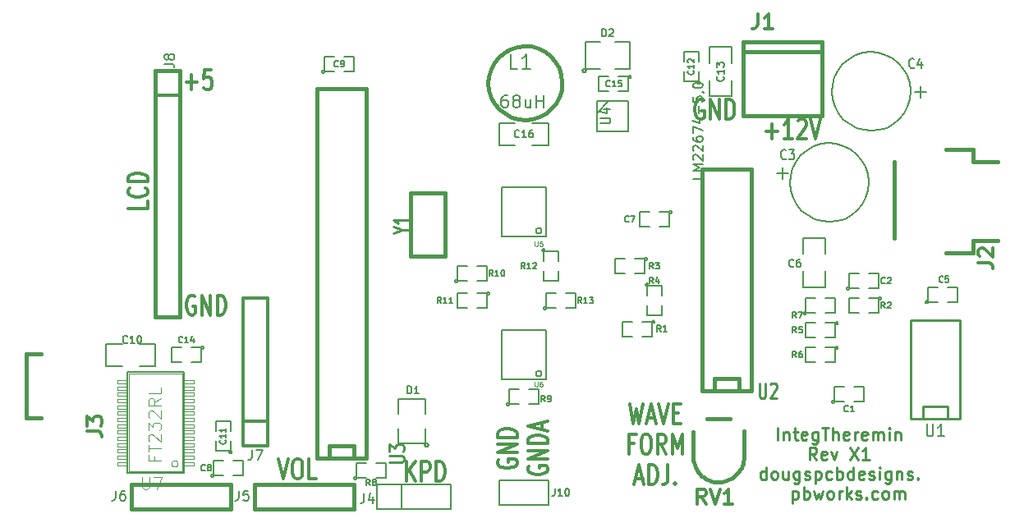
<source format=gto>
G04 (created by PCBNEW-RS274X (2011-05-25)-stable) date Mon 25 Feb 2013 07:43:18 PM EST*
G01*
G70*
G90*
%MOIN*%
G04 Gerber Fmt 3.4, Leading zero omitted, Abs format*
%FSLAX34Y34*%
G04 APERTURE LIST*
%ADD10C,0.006000*%
%ADD11C,0.012000*%
%ADD12C,0.010000*%
%ADD13C,0.005000*%
%ADD14C,0.015000*%
%ADD15C,0.008000*%
%ADD16C,0.002600*%
%ADD17C,0.002000*%
%ADD18C,0.003000*%
%ADD19C,0.010700*%
%ADD20C,0.011300*%
%ADD21C,0.003900*%
%ADD22C,0.003500*%
G04 APERTURE END LIST*
G54D10*
G54D11*
X46743Y-42512D02*
X46686Y-42474D01*
X46600Y-42474D01*
X46515Y-42512D01*
X46457Y-42588D01*
X46429Y-42664D01*
X46400Y-42817D01*
X46400Y-42931D01*
X46429Y-43083D01*
X46457Y-43160D01*
X46515Y-43236D01*
X46600Y-43274D01*
X46657Y-43274D01*
X46743Y-43236D01*
X46772Y-43198D01*
X46772Y-42931D01*
X46657Y-42931D01*
X47029Y-43274D02*
X47029Y-42474D01*
X47372Y-43274D01*
X47372Y-42474D01*
X47658Y-43274D02*
X47658Y-42474D01*
X47801Y-42474D01*
X47886Y-42512D01*
X47944Y-42588D01*
X47972Y-42664D01*
X48001Y-42817D01*
X48001Y-42931D01*
X47972Y-43083D01*
X47944Y-43160D01*
X47886Y-43236D01*
X47801Y-43274D01*
X47658Y-43274D01*
X46386Y-33819D02*
X46843Y-33819D01*
X46614Y-34124D02*
X46614Y-33514D01*
X47415Y-33324D02*
X47129Y-33324D01*
X47100Y-33705D01*
X47129Y-33667D01*
X47186Y-33629D01*
X47329Y-33629D01*
X47386Y-33667D01*
X47415Y-33705D01*
X47443Y-33781D01*
X47443Y-33971D01*
X47415Y-34048D01*
X47386Y-34086D01*
X47329Y-34124D01*
X47186Y-34124D01*
X47129Y-34086D01*
X47100Y-34048D01*
X64408Y-46874D02*
X64551Y-47674D01*
X64665Y-47102D01*
X64779Y-47674D01*
X64922Y-46874D01*
X65122Y-47445D02*
X65408Y-47445D01*
X65065Y-47674D02*
X65265Y-46874D01*
X65465Y-47674D01*
X65579Y-46874D02*
X65779Y-47674D01*
X65979Y-46874D01*
X66179Y-47255D02*
X66379Y-47255D01*
X66465Y-47674D02*
X66179Y-47674D01*
X66179Y-46874D01*
X66465Y-46874D01*
X64579Y-48495D02*
X64379Y-48495D01*
X64379Y-48914D02*
X64379Y-48114D01*
X64665Y-48114D01*
X65007Y-48114D02*
X65121Y-48114D01*
X65179Y-48152D01*
X65236Y-48228D01*
X65264Y-48380D01*
X65264Y-48647D01*
X65236Y-48800D01*
X65179Y-48876D01*
X65121Y-48914D01*
X65007Y-48914D01*
X64950Y-48876D01*
X64893Y-48800D01*
X64864Y-48647D01*
X64864Y-48380D01*
X64893Y-48228D01*
X64950Y-48152D01*
X65007Y-48114D01*
X65865Y-48914D02*
X65665Y-48533D01*
X65522Y-48914D02*
X65522Y-48114D01*
X65750Y-48114D01*
X65808Y-48152D01*
X65836Y-48190D01*
X65865Y-48266D01*
X65865Y-48380D01*
X65836Y-48457D01*
X65808Y-48495D01*
X65750Y-48533D01*
X65522Y-48533D01*
X66122Y-48914D02*
X66122Y-48114D01*
X66322Y-48685D01*
X66522Y-48114D01*
X66522Y-48914D01*
X64636Y-49925D02*
X64922Y-49925D01*
X64579Y-50154D02*
X64779Y-49354D01*
X64979Y-50154D01*
X65179Y-50154D02*
X65179Y-49354D01*
X65322Y-49354D01*
X65407Y-49392D01*
X65465Y-49468D01*
X65493Y-49544D01*
X65522Y-49697D01*
X65522Y-49811D01*
X65493Y-49963D01*
X65465Y-50040D01*
X65407Y-50116D01*
X65322Y-50154D01*
X65179Y-50154D01*
X65950Y-49354D02*
X65950Y-49925D01*
X65922Y-50040D01*
X65865Y-50116D01*
X65779Y-50154D01*
X65722Y-50154D01*
X66236Y-50078D02*
X66264Y-50116D01*
X66236Y-50154D01*
X66207Y-50116D01*
X66236Y-50078D01*
X66236Y-50154D01*
X59062Y-49157D02*
X59024Y-49214D01*
X59024Y-49300D01*
X59062Y-49385D01*
X59138Y-49443D01*
X59214Y-49471D01*
X59367Y-49500D01*
X59481Y-49500D01*
X59633Y-49471D01*
X59710Y-49443D01*
X59786Y-49385D01*
X59824Y-49300D01*
X59824Y-49243D01*
X59786Y-49157D01*
X59748Y-49128D01*
X59481Y-49128D01*
X59481Y-49243D01*
X59824Y-48871D02*
X59024Y-48871D01*
X59824Y-48528D01*
X59024Y-48528D01*
X59824Y-48242D02*
X59024Y-48242D01*
X59024Y-48099D01*
X59062Y-48014D01*
X59138Y-47956D01*
X59214Y-47928D01*
X59367Y-47899D01*
X59481Y-47899D01*
X59633Y-47928D01*
X59710Y-47956D01*
X59786Y-48014D01*
X59824Y-48099D01*
X59824Y-48242D01*
X60302Y-49414D02*
X60264Y-49471D01*
X60264Y-49557D01*
X60302Y-49642D01*
X60378Y-49700D01*
X60454Y-49728D01*
X60607Y-49757D01*
X60721Y-49757D01*
X60873Y-49728D01*
X60950Y-49700D01*
X61026Y-49642D01*
X61064Y-49557D01*
X61064Y-49500D01*
X61026Y-49414D01*
X60988Y-49385D01*
X60721Y-49385D01*
X60721Y-49500D01*
X61064Y-49128D02*
X60264Y-49128D01*
X61064Y-48785D01*
X60264Y-48785D01*
X61064Y-48499D02*
X60264Y-48499D01*
X60264Y-48356D01*
X60302Y-48271D01*
X60378Y-48213D01*
X60454Y-48185D01*
X60607Y-48156D01*
X60721Y-48156D01*
X60873Y-48185D01*
X60950Y-48213D01*
X61026Y-48271D01*
X61064Y-48356D01*
X61064Y-48499D01*
X60835Y-47928D02*
X60835Y-47642D01*
X61064Y-47985D02*
X60264Y-47785D01*
X61064Y-47585D01*
X44824Y-38664D02*
X44824Y-38950D01*
X44024Y-38950D01*
X44748Y-38121D02*
X44786Y-38150D01*
X44824Y-38236D01*
X44824Y-38293D01*
X44786Y-38378D01*
X44710Y-38436D01*
X44633Y-38464D01*
X44481Y-38493D01*
X44367Y-38493D01*
X44214Y-38464D01*
X44138Y-38436D01*
X44062Y-38378D01*
X44024Y-38293D01*
X44024Y-38236D01*
X44062Y-38150D01*
X44100Y-38121D01*
X44824Y-37864D02*
X44024Y-37864D01*
X44024Y-37721D01*
X44062Y-37636D01*
X44138Y-37578D01*
X44214Y-37550D01*
X44367Y-37521D01*
X44481Y-37521D01*
X44633Y-37550D01*
X44710Y-37578D01*
X44786Y-37636D01*
X44824Y-37721D01*
X44824Y-37864D01*
X55343Y-50024D02*
X55343Y-49224D01*
X55686Y-50024D02*
X55429Y-49567D01*
X55686Y-49224D02*
X55343Y-49681D01*
X55943Y-50024D02*
X55943Y-49224D01*
X56171Y-49224D01*
X56229Y-49262D01*
X56257Y-49300D01*
X56286Y-49376D01*
X56286Y-49490D01*
X56257Y-49567D01*
X56229Y-49605D01*
X56171Y-49643D01*
X55943Y-49643D01*
X56543Y-50024D02*
X56543Y-49224D01*
X56686Y-49224D01*
X56771Y-49262D01*
X56829Y-49338D01*
X56857Y-49414D01*
X56886Y-49567D01*
X56886Y-49681D01*
X56857Y-49833D01*
X56829Y-49910D01*
X56771Y-49986D01*
X56686Y-50024D01*
X56543Y-50024D01*
X50143Y-49124D02*
X50343Y-49924D01*
X50543Y-49124D01*
X50857Y-49124D02*
X50971Y-49124D01*
X51029Y-49162D01*
X51086Y-49238D01*
X51114Y-49390D01*
X51114Y-49657D01*
X51086Y-49810D01*
X51029Y-49886D01*
X50971Y-49924D01*
X50857Y-49924D01*
X50800Y-49886D01*
X50743Y-49810D01*
X50714Y-49657D01*
X50714Y-49390D01*
X50743Y-49238D01*
X50800Y-49162D01*
X50857Y-49124D01*
X51658Y-49924D02*
X51372Y-49924D01*
X51372Y-49124D01*
X67393Y-34562D02*
X67336Y-34524D01*
X67250Y-34524D01*
X67165Y-34562D01*
X67107Y-34638D01*
X67079Y-34714D01*
X67050Y-34867D01*
X67050Y-34981D01*
X67079Y-35133D01*
X67107Y-35210D01*
X67165Y-35286D01*
X67250Y-35324D01*
X67307Y-35324D01*
X67393Y-35286D01*
X67422Y-35248D01*
X67422Y-34981D01*
X67307Y-34981D01*
X67679Y-35324D02*
X67679Y-34524D01*
X68022Y-35324D01*
X68022Y-34524D01*
X68308Y-35324D02*
X68308Y-34524D01*
X68451Y-34524D01*
X68536Y-34562D01*
X68594Y-34638D01*
X68622Y-34714D01*
X68651Y-34867D01*
X68651Y-34981D01*
X68622Y-35133D01*
X68594Y-35210D01*
X68536Y-35286D01*
X68451Y-35324D01*
X68308Y-35324D01*
X69944Y-35819D02*
X70401Y-35819D01*
X70172Y-36124D02*
X70172Y-35514D01*
X71001Y-36124D02*
X70658Y-36124D01*
X70830Y-36124D02*
X70830Y-35324D01*
X70773Y-35438D01*
X70715Y-35514D01*
X70658Y-35552D01*
X71229Y-35400D02*
X71258Y-35362D01*
X71315Y-35324D01*
X71458Y-35324D01*
X71515Y-35362D01*
X71544Y-35400D01*
X71572Y-35476D01*
X71572Y-35552D01*
X71544Y-35667D01*
X71201Y-36124D01*
X71572Y-36124D01*
X71743Y-35324D02*
X71943Y-36124D01*
X72143Y-35324D01*
G54D12*
X70412Y-48352D02*
X70412Y-47852D01*
X70650Y-48019D02*
X70650Y-48352D01*
X70650Y-48067D02*
X70674Y-48043D01*
X70721Y-48019D01*
X70793Y-48019D01*
X70841Y-48043D01*
X70864Y-48090D01*
X70864Y-48352D01*
X71031Y-48019D02*
X71221Y-48019D01*
X71102Y-47852D02*
X71102Y-48281D01*
X71126Y-48329D01*
X71173Y-48352D01*
X71221Y-48352D01*
X71579Y-48329D02*
X71531Y-48352D01*
X71436Y-48352D01*
X71388Y-48329D01*
X71364Y-48281D01*
X71364Y-48090D01*
X71388Y-48043D01*
X71436Y-48019D01*
X71531Y-48019D01*
X71579Y-48043D01*
X71602Y-48090D01*
X71602Y-48138D01*
X71364Y-48186D01*
X72031Y-48019D02*
X72031Y-48424D01*
X72008Y-48471D01*
X71984Y-48495D01*
X71936Y-48519D01*
X71865Y-48519D01*
X71817Y-48495D01*
X72031Y-48329D02*
X71984Y-48352D01*
X71888Y-48352D01*
X71841Y-48329D01*
X71817Y-48305D01*
X71793Y-48257D01*
X71793Y-48114D01*
X71817Y-48067D01*
X71841Y-48043D01*
X71888Y-48019D01*
X71984Y-48019D01*
X72031Y-48043D01*
X72198Y-47852D02*
X72483Y-47852D01*
X72340Y-48352D02*
X72340Y-47852D01*
X72650Y-48352D02*
X72650Y-47852D01*
X72864Y-48352D02*
X72864Y-48090D01*
X72841Y-48043D01*
X72793Y-48019D01*
X72721Y-48019D01*
X72674Y-48043D01*
X72650Y-48067D01*
X73293Y-48329D02*
X73245Y-48352D01*
X73150Y-48352D01*
X73102Y-48329D01*
X73078Y-48281D01*
X73078Y-48090D01*
X73102Y-48043D01*
X73150Y-48019D01*
X73245Y-48019D01*
X73293Y-48043D01*
X73316Y-48090D01*
X73316Y-48138D01*
X73078Y-48186D01*
X73531Y-48352D02*
X73531Y-48019D01*
X73531Y-48114D02*
X73555Y-48067D01*
X73579Y-48043D01*
X73626Y-48019D01*
X73674Y-48019D01*
X74032Y-48329D02*
X73984Y-48352D01*
X73889Y-48352D01*
X73841Y-48329D01*
X73817Y-48281D01*
X73817Y-48090D01*
X73841Y-48043D01*
X73889Y-48019D01*
X73984Y-48019D01*
X74032Y-48043D01*
X74055Y-48090D01*
X74055Y-48138D01*
X73817Y-48186D01*
X74270Y-48352D02*
X74270Y-48019D01*
X74270Y-48067D02*
X74294Y-48043D01*
X74341Y-48019D01*
X74413Y-48019D01*
X74461Y-48043D01*
X74484Y-48090D01*
X74484Y-48352D01*
X74484Y-48090D02*
X74508Y-48043D01*
X74556Y-48019D01*
X74627Y-48019D01*
X74675Y-48043D01*
X74699Y-48090D01*
X74699Y-48352D01*
X74937Y-48352D02*
X74937Y-48019D01*
X74937Y-47852D02*
X74913Y-47876D01*
X74937Y-47900D01*
X74961Y-47876D01*
X74937Y-47852D01*
X74937Y-47900D01*
X75175Y-48019D02*
X75175Y-48352D01*
X75175Y-48067D02*
X75199Y-48043D01*
X75246Y-48019D01*
X75318Y-48019D01*
X75366Y-48043D01*
X75389Y-48090D01*
X75389Y-48352D01*
X71984Y-49152D02*
X71817Y-48914D01*
X71698Y-49152D02*
X71698Y-48652D01*
X71889Y-48652D01*
X71936Y-48676D01*
X71960Y-48700D01*
X71984Y-48748D01*
X71984Y-48819D01*
X71960Y-48867D01*
X71936Y-48890D01*
X71889Y-48914D01*
X71698Y-48914D01*
X72389Y-49129D02*
X72341Y-49152D01*
X72246Y-49152D01*
X72198Y-49129D01*
X72174Y-49081D01*
X72174Y-48890D01*
X72198Y-48843D01*
X72246Y-48819D01*
X72341Y-48819D01*
X72389Y-48843D01*
X72412Y-48890D01*
X72412Y-48938D01*
X72174Y-48986D01*
X72579Y-48819D02*
X72698Y-49152D01*
X72818Y-48819D01*
X73341Y-48652D02*
X73675Y-49152D01*
X73675Y-48652D02*
X73341Y-49152D01*
X74127Y-49152D02*
X73841Y-49152D01*
X73984Y-49152D02*
X73984Y-48652D01*
X73936Y-48724D01*
X73889Y-48771D01*
X73841Y-48795D01*
X69925Y-49952D02*
X69925Y-49452D01*
X69925Y-49929D02*
X69878Y-49952D01*
X69782Y-49952D01*
X69735Y-49929D01*
X69711Y-49905D01*
X69687Y-49857D01*
X69687Y-49714D01*
X69711Y-49667D01*
X69735Y-49643D01*
X69782Y-49619D01*
X69878Y-49619D01*
X69925Y-49643D01*
X70234Y-49952D02*
X70187Y-49929D01*
X70163Y-49905D01*
X70139Y-49857D01*
X70139Y-49714D01*
X70163Y-49667D01*
X70187Y-49643D01*
X70234Y-49619D01*
X70306Y-49619D01*
X70354Y-49643D01*
X70377Y-49667D01*
X70401Y-49714D01*
X70401Y-49857D01*
X70377Y-49905D01*
X70354Y-49929D01*
X70306Y-49952D01*
X70234Y-49952D01*
X70829Y-49619D02*
X70829Y-49952D01*
X70615Y-49619D02*
X70615Y-49881D01*
X70639Y-49929D01*
X70686Y-49952D01*
X70758Y-49952D01*
X70806Y-49929D01*
X70829Y-49905D01*
X71281Y-49619D02*
X71281Y-50024D01*
X71258Y-50071D01*
X71234Y-50095D01*
X71186Y-50119D01*
X71115Y-50119D01*
X71067Y-50095D01*
X71281Y-49929D02*
X71234Y-49952D01*
X71138Y-49952D01*
X71091Y-49929D01*
X71067Y-49905D01*
X71043Y-49857D01*
X71043Y-49714D01*
X71067Y-49667D01*
X71091Y-49643D01*
X71138Y-49619D01*
X71234Y-49619D01*
X71281Y-49643D01*
X71495Y-49929D02*
X71543Y-49952D01*
X71638Y-49952D01*
X71686Y-49929D01*
X71710Y-49881D01*
X71710Y-49857D01*
X71686Y-49810D01*
X71638Y-49786D01*
X71567Y-49786D01*
X71519Y-49762D01*
X71495Y-49714D01*
X71495Y-49690D01*
X71519Y-49643D01*
X71567Y-49619D01*
X71638Y-49619D01*
X71686Y-49643D01*
X71924Y-49619D02*
X71924Y-50119D01*
X71924Y-49643D02*
X71972Y-49619D01*
X72067Y-49619D01*
X72115Y-49643D01*
X72138Y-49667D01*
X72162Y-49714D01*
X72162Y-49857D01*
X72138Y-49905D01*
X72115Y-49929D01*
X72067Y-49952D01*
X71972Y-49952D01*
X71924Y-49929D01*
X72590Y-49929D02*
X72543Y-49952D01*
X72447Y-49952D01*
X72400Y-49929D01*
X72376Y-49905D01*
X72352Y-49857D01*
X72352Y-49714D01*
X72376Y-49667D01*
X72400Y-49643D01*
X72447Y-49619D01*
X72543Y-49619D01*
X72590Y-49643D01*
X72805Y-49952D02*
X72805Y-49452D01*
X72805Y-49643D02*
X72853Y-49619D01*
X72948Y-49619D01*
X72996Y-49643D01*
X73019Y-49667D01*
X73043Y-49714D01*
X73043Y-49857D01*
X73019Y-49905D01*
X72996Y-49929D01*
X72948Y-49952D01*
X72853Y-49952D01*
X72805Y-49929D01*
X73471Y-49952D02*
X73471Y-49452D01*
X73471Y-49929D02*
X73424Y-49952D01*
X73328Y-49952D01*
X73281Y-49929D01*
X73257Y-49905D01*
X73233Y-49857D01*
X73233Y-49714D01*
X73257Y-49667D01*
X73281Y-49643D01*
X73328Y-49619D01*
X73424Y-49619D01*
X73471Y-49643D01*
X73900Y-49929D02*
X73852Y-49952D01*
X73757Y-49952D01*
X73709Y-49929D01*
X73685Y-49881D01*
X73685Y-49690D01*
X73709Y-49643D01*
X73757Y-49619D01*
X73852Y-49619D01*
X73900Y-49643D01*
X73923Y-49690D01*
X73923Y-49738D01*
X73685Y-49786D01*
X74114Y-49929D02*
X74162Y-49952D01*
X74257Y-49952D01*
X74305Y-49929D01*
X74329Y-49881D01*
X74329Y-49857D01*
X74305Y-49810D01*
X74257Y-49786D01*
X74186Y-49786D01*
X74138Y-49762D01*
X74114Y-49714D01*
X74114Y-49690D01*
X74138Y-49643D01*
X74186Y-49619D01*
X74257Y-49619D01*
X74305Y-49643D01*
X74543Y-49952D02*
X74543Y-49619D01*
X74543Y-49452D02*
X74519Y-49476D01*
X74543Y-49500D01*
X74567Y-49476D01*
X74543Y-49452D01*
X74543Y-49500D01*
X74995Y-49619D02*
X74995Y-50024D01*
X74972Y-50071D01*
X74948Y-50095D01*
X74900Y-50119D01*
X74829Y-50119D01*
X74781Y-50095D01*
X74995Y-49929D02*
X74948Y-49952D01*
X74852Y-49952D01*
X74805Y-49929D01*
X74781Y-49905D01*
X74757Y-49857D01*
X74757Y-49714D01*
X74781Y-49667D01*
X74805Y-49643D01*
X74852Y-49619D01*
X74948Y-49619D01*
X74995Y-49643D01*
X75233Y-49619D02*
X75233Y-49952D01*
X75233Y-49667D02*
X75257Y-49643D01*
X75304Y-49619D01*
X75376Y-49619D01*
X75424Y-49643D01*
X75447Y-49690D01*
X75447Y-49952D01*
X75661Y-49929D02*
X75709Y-49952D01*
X75804Y-49952D01*
X75852Y-49929D01*
X75876Y-49881D01*
X75876Y-49857D01*
X75852Y-49810D01*
X75804Y-49786D01*
X75733Y-49786D01*
X75685Y-49762D01*
X75661Y-49714D01*
X75661Y-49690D01*
X75685Y-49643D01*
X75733Y-49619D01*
X75804Y-49619D01*
X75852Y-49643D01*
X76090Y-49905D02*
X76114Y-49929D01*
X76090Y-49952D01*
X76066Y-49929D01*
X76090Y-49905D01*
X76090Y-49952D01*
X71007Y-50419D02*
X71007Y-50919D01*
X71007Y-50443D02*
X71055Y-50419D01*
X71150Y-50419D01*
X71198Y-50443D01*
X71221Y-50467D01*
X71245Y-50514D01*
X71245Y-50657D01*
X71221Y-50705D01*
X71198Y-50729D01*
X71150Y-50752D01*
X71055Y-50752D01*
X71007Y-50729D01*
X71459Y-50752D02*
X71459Y-50252D01*
X71459Y-50443D02*
X71507Y-50419D01*
X71602Y-50419D01*
X71650Y-50443D01*
X71673Y-50467D01*
X71697Y-50514D01*
X71697Y-50657D01*
X71673Y-50705D01*
X71650Y-50729D01*
X71602Y-50752D01*
X71507Y-50752D01*
X71459Y-50729D01*
X71863Y-50419D02*
X71959Y-50752D01*
X72054Y-50514D01*
X72149Y-50752D01*
X72244Y-50419D01*
X72506Y-50752D02*
X72459Y-50729D01*
X72435Y-50705D01*
X72411Y-50657D01*
X72411Y-50514D01*
X72435Y-50467D01*
X72459Y-50443D01*
X72506Y-50419D01*
X72578Y-50419D01*
X72626Y-50443D01*
X72649Y-50467D01*
X72673Y-50514D01*
X72673Y-50657D01*
X72649Y-50705D01*
X72626Y-50729D01*
X72578Y-50752D01*
X72506Y-50752D01*
X72887Y-50752D02*
X72887Y-50419D01*
X72887Y-50514D02*
X72911Y-50467D01*
X72935Y-50443D01*
X72982Y-50419D01*
X73030Y-50419D01*
X73197Y-50752D02*
X73197Y-50252D01*
X73245Y-50562D02*
X73388Y-50752D01*
X73388Y-50419D02*
X73197Y-50610D01*
X73578Y-50729D02*
X73626Y-50752D01*
X73721Y-50752D01*
X73769Y-50729D01*
X73793Y-50681D01*
X73793Y-50657D01*
X73769Y-50610D01*
X73721Y-50586D01*
X73650Y-50586D01*
X73602Y-50562D01*
X73578Y-50514D01*
X73578Y-50490D01*
X73602Y-50443D01*
X73650Y-50419D01*
X73721Y-50419D01*
X73769Y-50443D01*
X74007Y-50705D02*
X74031Y-50729D01*
X74007Y-50752D01*
X73983Y-50729D01*
X74007Y-50705D01*
X74007Y-50752D01*
X74459Y-50729D02*
X74412Y-50752D01*
X74316Y-50752D01*
X74269Y-50729D01*
X74245Y-50705D01*
X74221Y-50657D01*
X74221Y-50514D01*
X74245Y-50467D01*
X74269Y-50443D01*
X74316Y-50419D01*
X74412Y-50419D01*
X74459Y-50443D01*
X74745Y-50752D02*
X74698Y-50729D01*
X74674Y-50705D01*
X74650Y-50657D01*
X74650Y-50514D01*
X74674Y-50467D01*
X74698Y-50443D01*
X74745Y-50419D01*
X74817Y-50419D01*
X74865Y-50443D01*
X74888Y-50467D01*
X74912Y-50514D01*
X74912Y-50657D01*
X74888Y-50705D01*
X74865Y-50729D01*
X74817Y-50752D01*
X74745Y-50752D01*
X75126Y-50752D02*
X75126Y-50419D01*
X75126Y-50467D02*
X75150Y-50443D01*
X75197Y-50419D01*
X75269Y-50419D01*
X75317Y-50443D01*
X75340Y-50490D01*
X75340Y-50752D01*
X75340Y-50490D02*
X75364Y-50443D01*
X75412Y-50419D01*
X75483Y-50419D01*
X75531Y-50443D01*
X75555Y-50490D01*
X75555Y-50752D01*
G54D13*
X71450Y-42150D02*
X72350Y-42150D01*
X72350Y-42150D02*
X72350Y-41500D01*
X71450Y-40800D02*
X71450Y-40150D01*
X71450Y-40150D02*
X72350Y-40150D01*
X72350Y-40150D02*
X72350Y-40800D01*
X71450Y-41500D02*
X71450Y-42150D01*
X53300Y-49900D02*
X53299Y-49909D01*
X53296Y-49919D01*
X53291Y-49927D01*
X53285Y-49935D01*
X53277Y-49941D01*
X53269Y-49946D01*
X53260Y-49948D01*
X53250Y-49949D01*
X53241Y-49949D01*
X53232Y-49946D01*
X53223Y-49941D01*
X53216Y-49935D01*
X53209Y-49928D01*
X53205Y-49919D01*
X53202Y-49910D01*
X53201Y-49900D01*
X53201Y-49891D01*
X53204Y-49882D01*
X53208Y-49873D01*
X53215Y-49866D01*
X53222Y-49859D01*
X53230Y-49855D01*
X53240Y-49852D01*
X53249Y-49851D01*
X53258Y-49851D01*
X53268Y-49854D01*
X53276Y-49858D01*
X53284Y-49864D01*
X53290Y-49872D01*
X53295Y-49880D01*
X53298Y-49889D01*
X53299Y-49899D01*
X53300Y-49900D01*
X53700Y-49900D02*
X53300Y-49900D01*
X53300Y-49900D02*
X53300Y-49300D01*
X53300Y-49300D02*
X53700Y-49300D01*
X54100Y-49300D02*
X54500Y-49300D01*
X54500Y-49300D02*
X54500Y-49900D01*
X54500Y-49900D02*
X54100Y-49900D01*
X60950Y-40650D02*
X60949Y-40659D01*
X60946Y-40669D01*
X60941Y-40677D01*
X60935Y-40685D01*
X60927Y-40691D01*
X60919Y-40696D01*
X60910Y-40698D01*
X60900Y-40699D01*
X60891Y-40699D01*
X60882Y-40696D01*
X60873Y-40691D01*
X60866Y-40685D01*
X60859Y-40678D01*
X60855Y-40669D01*
X60852Y-40660D01*
X60851Y-40650D01*
X60851Y-40641D01*
X60854Y-40632D01*
X60858Y-40623D01*
X60865Y-40616D01*
X60872Y-40609D01*
X60880Y-40605D01*
X60890Y-40602D01*
X60899Y-40601D01*
X60908Y-40601D01*
X60918Y-40604D01*
X60926Y-40608D01*
X60934Y-40614D01*
X60940Y-40622D01*
X60945Y-40630D01*
X60948Y-40639D01*
X60949Y-40649D01*
X60950Y-40650D01*
X60900Y-41100D02*
X60900Y-40700D01*
X60900Y-40700D02*
X61500Y-40700D01*
X61500Y-40700D02*
X61500Y-41100D01*
X61500Y-41500D02*
X61500Y-41900D01*
X61500Y-41900D02*
X60900Y-41900D01*
X60900Y-41900D02*
X60900Y-41500D01*
X58700Y-42400D02*
X58699Y-42409D01*
X58696Y-42419D01*
X58691Y-42427D01*
X58685Y-42435D01*
X58677Y-42441D01*
X58669Y-42446D01*
X58660Y-42448D01*
X58650Y-42449D01*
X58641Y-42449D01*
X58632Y-42446D01*
X58623Y-42441D01*
X58616Y-42435D01*
X58609Y-42428D01*
X58605Y-42419D01*
X58602Y-42410D01*
X58601Y-42400D01*
X58601Y-42391D01*
X58604Y-42382D01*
X58608Y-42373D01*
X58615Y-42366D01*
X58622Y-42359D01*
X58630Y-42355D01*
X58640Y-42352D01*
X58649Y-42351D01*
X58658Y-42351D01*
X58668Y-42354D01*
X58676Y-42358D01*
X58684Y-42364D01*
X58690Y-42372D01*
X58695Y-42380D01*
X58698Y-42389D01*
X58699Y-42399D01*
X58700Y-42400D01*
X58200Y-42400D02*
X58600Y-42400D01*
X58600Y-42400D02*
X58600Y-43000D01*
X58600Y-43000D02*
X58200Y-43000D01*
X57800Y-43000D02*
X57400Y-43000D01*
X57400Y-43000D02*
X57400Y-42400D01*
X57400Y-42400D02*
X57800Y-42400D01*
X57400Y-41900D02*
X57399Y-41909D01*
X57396Y-41919D01*
X57391Y-41927D01*
X57385Y-41935D01*
X57377Y-41941D01*
X57369Y-41946D01*
X57360Y-41948D01*
X57350Y-41949D01*
X57341Y-41949D01*
X57332Y-41946D01*
X57323Y-41941D01*
X57316Y-41935D01*
X57309Y-41928D01*
X57305Y-41919D01*
X57302Y-41910D01*
X57301Y-41900D01*
X57301Y-41891D01*
X57304Y-41882D01*
X57308Y-41873D01*
X57315Y-41866D01*
X57322Y-41859D01*
X57330Y-41855D01*
X57340Y-41852D01*
X57349Y-41851D01*
X57358Y-41851D01*
X57368Y-41854D01*
X57376Y-41858D01*
X57384Y-41864D01*
X57390Y-41872D01*
X57395Y-41880D01*
X57398Y-41889D01*
X57399Y-41899D01*
X57400Y-41900D01*
X57800Y-41900D02*
X57400Y-41900D01*
X57400Y-41900D02*
X57400Y-41300D01*
X57400Y-41300D02*
X57800Y-41300D01*
X58200Y-41300D02*
X58600Y-41300D01*
X58600Y-41300D02*
X58600Y-41900D01*
X58600Y-41900D02*
X58200Y-41900D01*
X59500Y-46900D02*
X59499Y-46909D01*
X59496Y-46919D01*
X59491Y-46927D01*
X59485Y-46935D01*
X59477Y-46941D01*
X59469Y-46946D01*
X59460Y-46948D01*
X59450Y-46949D01*
X59441Y-46949D01*
X59432Y-46946D01*
X59423Y-46941D01*
X59416Y-46935D01*
X59409Y-46928D01*
X59405Y-46919D01*
X59402Y-46910D01*
X59401Y-46900D01*
X59401Y-46891D01*
X59404Y-46882D01*
X59408Y-46873D01*
X59415Y-46866D01*
X59422Y-46859D01*
X59430Y-46855D01*
X59440Y-46852D01*
X59449Y-46851D01*
X59458Y-46851D01*
X59468Y-46854D01*
X59476Y-46858D01*
X59484Y-46864D01*
X59490Y-46872D01*
X59495Y-46880D01*
X59498Y-46889D01*
X59499Y-46899D01*
X59500Y-46900D01*
X59900Y-46900D02*
X59500Y-46900D01*
X59500Y-46900D02*
X59500Y-46300D01*
X59500Y-46300D02*
X59900Y-46300D01*
X60300Y-46300D02*
X60700Y-46300D01*
X60700Y-46300D02*
X60700Y-46900D01*
X60700Y-46900D02*
X60300Y-46900D01*
X65150Y-42050D02*
X65149Y-42059D01*
X65146Y-42069D01*
X65141Y-42077D01*
X65135Y-42085D01*
X65127Y-42091D01*
X65119Y-42096D01*
X65110Y-42098D01*
X65100Y-42099D01*
X65091Y-42099D01*
X65082Y-42096D01*
X65073Y-42091D01*
X65066Y-42085D01*
X65059Y-42078D01*
X65055Y-42069D01*
X65052Y-42060D01*
X65051Y-42050D01*
X65051Y-42041D01*
X65054Y-42032D01*
X65058Y-42023D01*
X65065Y-42016D01*
X65072Y-42009D01*
X65080Y-42005D01*
X65090Y-42002D01*
X65099Y-42001D01*
X65108Y-42001D01*
X65118Y-42004D01*
X65126Y-42008D01*
X65134Y-42014D01*
X65140Y-42022D01*
X65145Y-42030D01*
X65148Y-42039D01*
X65149Y-42049D01*
X65150Y-42050D01*
X65100Y-42500D02*
X65100Y-42100D01*
X65100Y-42100D02*
X65700Y-42100D01*
X65700Y-42100D02*
X65700Y-42500D01*
X65700Y-42900D02*
X65700Y-43300D01*
X65700Y-43300D02*
X65100Y-43300D01*
X65100Y-43300D02*
X65100Y-42900D01*
X71550Y-43200D02*
X71549Y-43209D01*
X71546Y-43219D01*
X71541Y-43227D01*
X71535Y-43235D01*
X71527Y-43241D01*
X71519Y-43246D01*
X71510Y-43248D01*
X71500Y-43249D01*
X71491Y-43249D01*
X71482Y-43246D01*
X71473Y-43241D01*
X71466Y-43235D01*
X71459Y-43228D01*
X71455Y-43219D01*
X71452Y-43210D01*
X71451Y-43200D01*
X71451Y-43191D01*
X71454Y-43182D01*
X71458Y-43173D01*
X71465Y-43166D01*
X71472Y-43159D01*
X71480Y-43155D01*
X71490Y-43152D01*
X71499Y-43151D01*
X71508Y-43151D01*
X71518Y-43154D01*
X71526Y-43158D01*
X71534Y-43164D01*
X71540Y-43172D01*
X71545Y-43180D01*
X71548Y-43189D01*
X71549Y-43199D01*
X71550Y-43200D01*
X71950Y-43200D02*
X71550Y-43200D01*
X71550Y-43200D02*
X71550Y-42600D01*
X71550Y-42600D02*
X71950Y-42600D01*
X72350Y-42600D02*
X72750Y-42600D01*
X72750Y-42600D02*
X72750Y-43200D01*
X72750Y-43200D02*
X72350Y-43200D01*
X72850Y-44600D02*
X72849Y-44609D01*
X72846Y-44619D01*
X72841Y-44627D01*
X72835Y-44635D01*
X72827Y-44641D01*
X72819Y-44646D01*
X72810Y-44648D01*
X72800Y-44649D01*
X72791Y-44649D01*
X72782Y-44646D01*
X72773Y-44641D01*
X72766Y-44635D01*
X72759Y-44628D01*
X72755Y-44619D01*
X72752Y-44610D01*
X72751Y-44600D01*
X72751Y-44591D01*
X72754Y-44582D01*
X72758Y-44573D01*
X72765Y-44566D01*
X72772Y-44559D01*
X72780Y-44555D01*
X72790Y-44552D01*
X72799Y-44551D01*
X72808Y-44551D01*
X72818Y-44554D01*
X72826Y-44558D01*
X72834Y-44564D01*
X72840Y-44572D01*
X72845Y-44580D01*
X72848Y-44589D01*
X72849Y-44599D01*
X72850Y-44600D01*
X72350Y-44600D02*
X72750Y-44600D01*
X72750Y-44600D02*
X72750Y-45200D01*
X72750Y-45200D02*
X72350Y-45200D01*
X71950Y-45200D02*
X71550Y-45200D01*
X71550Y-45200D02*
X71550Y-44600D01*
X71550Y-44600D02*
X71950Y-44600D01*
X72850Y-43600D02*
X72849Y-43609D01*
X72846Y-43619D01*
X72841Y-43627D01*
X72835Y-43635D01*
X72827Y-43641D01*
X72819Y-43646D01*
X72810Y-43648D01*
X72800Y-43649D01*
X72791Y-43649D01*
X72782Y-43646D01*
X72773Y-43641D01*
X72766Y-43635D01*
X72759Y-43628D01*
X72755Y-43619D01*
X72752Y-43610D01*
X72751Y-43600D01*
X72751Y-43591D01*
X72754Y-43582D01*
X72758Y-43573D01*
X72765Y-43566D01*
X72772Y-43559D01*
X72780Y-43555D01*
X72790Y-43552D01*
X72799Y-43551D01*
X72808Y-43551D01*
X72818Y-43554D01*
X72826Y-43558D01*
X72834Y-43564D01*
X72840Y-43572D01*
X72845Y-43580D01*
X72848Y-43589D01*
X72849Y-43599D01*
X72850Y-43600D01*
X72350Y-43600D02*
X72750Y-43600D01*
X72750Y-43600D02*
X72750Y-44200D01*
X72750Y-44200D02*
X72350Y-44200D01*
X71950Y-44200D02*
X71550Y-44200D01*
X71550Y-44200D02*
X71550Y-43600D01*
X71550Y-43600D02*
X71950Y-43600D01*
X65400Y-43550D02*
X65399Y-43559D01*
X65396Y-43569D01*
X65391Y-43577D01*
X65385Y-43585D01*
X65377Y-43591D01*
X65369Y-43596D01*
X65360Y-43598D01*
X65350Y-43599D01*
X65341Y-43599D01*
X65332Y-43596D01*
X65323Y-43591D01*
X65316Y-43585D01*
X65309Y-43578D01*
X65305Y-43569D01*
X65302Y-43560D01*
X65301Y-43550D01*
X65301Y-43541D01*
X65304Y-43532D01*
X65308Y-43523D01*
X65315Y-43516D01*
X65322Y-43509D01*
X65330Y-43505D01*
X65340Y-43502D01*
X65349Y-43501D01*
X65358Y-43501D01*
X65368Y-43504D01*
X65376Y-43508D01*
X65384Y-43514D01*
X65390Y-43522D01*
X65395Y-43530D01*
X65398Y-43539D01*
X65399Y-43549D01*
X65400Y-43550D01*
X64900Y-43550D02*
X65300Y-43550D01*
X65300Y-43550D02*
X65300Y-44150D01*
X65300Y-44150D02*
X64900Y-44150D01*
X64500Y-44150D02*
X64100Y-44150D01*
X64100Y-44150D02*
X64100Y-43550D01*
X64100Y-43550D02*
X64500Y-43550D01*
X74600Y-42600D02*
X74599Y-42609D01*
X74596Y-42619D01*
X74591Y-42627D01*
X74585Y-42635D01*
X74577Y-42641D01*
X74569Y-42646D01*
X74560Y-42648D01*
X74550Y-42649D01*
X74541Y-42649D01*
X74532Y-42646D01*
X74523Y-42641D01*
X74516Y-42635D01*
X74509Y-42628D01*
X74505Y-42619D01*
X74502Y-42610D01*
X74501Y-42600D01*
X74501Y-42591D01*
X74504Y-42582D01*
X74508Y-42573D01*
X74515Y-42566D01*
X74522Y-42559D01*
X74530Y-42555D01*
X74540Y-42552D01*
X74549Y-42551D01*
X74558Y-42551D01*
X74568Y-42554D01*
X74576Y-42558D01*
X74584Y-42564D01*
X74590Y-42572D01*
X74595Y-42580D01*
X74598Y-42589D01*
X74599Y-42599D01*
X74600Y-42600D01*
X74100Y-42600D02*
X74500Y-42600D01*
X74500Y-42600D02*
X74500Y-43200D01*
X74500Y-43200D02*
X74100Y-43200D01*
X73700Y-43200D02*
X73300Y-43200D01*
X73300Y-43200D02*
X73300Y-42600D01*
X73300Y-42600D02*
X73700Y-42600D01*
X65100Y-41000D02*
X65099Y-41009D01*
X65096Y-41019D01*
X65091Y-41027D01*
X65085Y-41035D01*
X65077Y-41041D01*
X65069Y-41046D01*
X65060Y-41048D01*
X65050Y-41049D01*
X65041Y-41049D01*
X65032Y-41046D01*
X65023Y-41041D01*
X65016Y-41035D01*
X65009Y-41028D01*
X65005Y-41019D01*
X65002Y-41010D01*
X65001Y-41000D01*
X65001Y-40991D01*
X65004Y-40982D01*
X65008Y-40973D01*
X65015Y-40966D01*
X65022Y-40959D01*
X65030Y-40955D01*
X65040Y-40952D01*
X65049Y-40951D01*
X65058Y-40951D01*
X65068Y-40954D01*
X65076Y-40958D01*
X65084Y-40964D01*
X65090Y-40972D01*
X65095Y-40980D01*
X65098Y-40989D01*
X65099Y-40999D01*
X65100Y-41000D01*
X64600Y-41000D02*
X65000Y-41000D01*
X65000Y-41000D02*
X65000Y-41600D01*
X65000Y-41600D02*
X64600Y-41600D01*
X64200Y-41600D02*
X63800Y-41600D01*
X63800Y-41600D02*
X63800Y-41000D01*
X63800Y-41000D02*
X64200Y-41000D01*
X61000Y-43000D02*
X60999Y-43009D01*
X60996Y-43019D01*
X60991Y-43027D01*
X60985Y-43035D01*
X60977Y-43041D01*
X60969Y-43046D01*
X60960Y-43048D01*
X60950Y-43049D01*
X60941Y-43049D01*
X60932Y-43046D01*
X60923Y-43041D01*
X60916Y-43035D01*
X60909Y-43028D01*
X60905Y-43019D01*
X60902Y-43010D01*
X60901Y-43000D01*
X60901Y-42991D01*
X60904Y-42982D01*
X60908Y-42973D01*
X60915Y-42966D01*
X60922Y-42959D01*
X60930Y-42955D01*
X60940Y-42952D01*
X60949Y-42951D01*
X60958Y-42951D01*
X60968Y-42954D01*
X60976Y-42958D01*
X60984Y-42964D01*
X60990Y-42972D01*
X60995Y-42980D01*
X60998Y-42989D01*
X60999Y-42999D01*
X61000Y-43000D01*
X61400Y-43000D02*
X61000Y-43000D01*
X61000Y-43000D02*
X61000Y-42400D01*
X61000Y-42400D02*
X61400Y-42400D01*
X61800Y-42400D02*
X62200Y-42400D01*
X62200Y-42400D02*
X62200Y-43000D01*
X62200Y-43000D02*
X61800Y-43000D01*
X47100Y-44600D02*
X47099Y-44609D01*
X47096Y-44619D01*
X47091Y-44627D01*
X47085Y-44635D01*
X47077Y-44641D01*
X47069Y-44646D01*
X47060Y-44648D01*
X47050Y-44649D01*
X47041Y-44649D01*
X47032Y-44646D01*
X47023Y-44641D01*
X47016Y-44635D01*
X47009Y-44628D01*
X47005Y-44619D01*
X47002Y-44610D01*
X47001Y-44600D01*
X47001Y-44591D01*
X47004Y-44582D01*
X47008Y-44573D01*
X47015Y-44566D01*
X47022Y-44559D01*
X47030Y-44555D01*
X47040Y-44552D01*
X47049Y-44551D01*
X47058Y-44551D01*
X47068Y-44554D01*
X47076Y-44558D01*
X47084Y-44564D01*
X47090Y-44572D01*
X47095Y-44580D01*
X47098Y-44589D01*
X47099Y-44599D01*
X47100Y-44600D01*
X46600Y-44600D02*
X47000Y-44600D01*
X47000Y-44600D02*
X47000Y-45200D01*
X47000Y-45200D02*
X46600Y-45200D01*
X46200Y-45200D02*
X45800Y-45200D01*
X45800Y-45200D02*
X45800Y-44600D01*
X45800Y-44600D02*
X46200Y-44600D01*
X52000Y-33400D02*
X51999Y-33409D01*
X51996Y-33419D01*
X51991Y-33427D01*
X51985Y-33435D01*
X51977Y-33441D01*
X51969Y-33446D01*
X51960Y-33448D01*
X51950Y-33449D01*
X51941Y-33449D01*
X51932Y-33446D01*
X51923Y-33441D01*
X51916Y-33435D01*
X51909Y-33428D01*
X51905Y-33419D01*
X51902Y-33410D01*
X51901Y-33400D01*
X51901Y-33391D01*
X51904Y-33382D01*
X51908Y-33373D01*
X51915Y-33366D01*
X51922Y-33359D01*
X51930Y-33355D01*
X51940Y-33352D01*
X51949Y-33351D01*
X51958Y-33351D01*
X51968Y-33354D01*
X51976Y-33358D01*
X51984Y-33364D01*
X51990Y-33372D01*
X51995Y-33380D01*
X51998Y-33389D01*
X51999Y-33399D01*
X52000Y-33400D01*
X52400Y-33400D02*
X52000Y-33400D01*
X52000Y-33400D02*
X52000Y-32800D01*
X52000Y-32800D02*
X52400Y-32800D01*
X52800Y-32800D02*
X53200Y-32800D01*
X53200Y-32800D02*
X53200Y-33400D01*
X53200Y-33400D02*
X52800Y-33400D01*
X47500Y-49800D02*
X47499Y-49809D01*
X47496Y-49819D01*
X47491Y-49827D01*
X47485Y-49835D01*
X47477Y-49841D01*
X47469Y-49846D01*
X47460Y-49848D01*
X47450Y-49849D01*
X47441Y-49849D01*
X47432Y-49846D01*
X47423Y-49841D01*
X47416Y-49835D01*
X47409Y-49828D01*
X47405Y-49819D01*
X47402Y-49810D01*
X47401Y-49800D01*
X47401Y-49791D01*
X47404Y-49782D01*
X47408Y-49773D01*
X47415Y-49766D01*
X47422Y-49759D01*
X47430Y-49755D01*
X47440Y-49752D01*
X47449Y-49751D01*
X47458Y-49751D01*
X47468Y-49754D01*
X47476Y-49758D01*
X47484Y-49764D01*
X47490Y-49772D01*
X47495Y-49780D01*
X47498Y-49789D01*
X47499Y-49799D01*
X47500Y-49800D01*
X47900Y-49800D02*
X47500Y-49800D01*
X47500Y-49800D02*
X47500Y-49200D01*
X47500Y-49200D02*
X47900Y-49200D01*
X48300Y-49200D02*
X48700Y-49200D01*
X48700Y-49200D02*
X48700Y-49800D01*
X48700Y-49800D02*
X48300Y-49800D01*
X66100Y-39100D02*
X66099Y-39109D01*
X66096Y-39119D01*
X66091Y-39127D01*
X66085Y-39135D01*
X66077Y-39141D01*
X66069Y-39146D01*
X66060Y-39148D01*
X66050Y-39149D01*
X66041Y-39149D01*
X66032Y-39146D01*
X66023Y-39141D01*
X66016Y-39135D01*
X66009Y-39128D01*
X66005Y-39119D01*
X66002Y-39110D01*
X66001Y-39100D01*
X66001Y-39091D01*
X66004Y-39082D01*
X66008Y-39073D01*
X66015Y-39066D01*
X66022Y-39059D01*
X66030Y-39055D01*
X66040Y-39052D01*
X66049Y-39051D01*
X66058Y-39051D01*
X66068Y-39054D01*
X66076Y-39058D01*
X66084Y-39064D01*
X66090Y-39072D01*
X66095Y-39080D01*
X66098Y-39089D01*
X66099Y-39099D01*
X66100Y-39100D01*
X65600Y-39100D02*
X66000Y-39100D01*
X66000Y-39100D02*
X66000Y-39700D01*
X66000Y-39700D02*
X65600Y-39700D01*
X65200Y-39700D02*
X64800Y-39700D01*
X64800Y-39700D02*
X64800Y-39100D01*
X64800Y-39100D02*
X65200Y-39100D01*
X76500Y-42750D02*
X76499Y-42759D01*
X76496Y-42769D01*
X76491Y-42777D01*
X76485Y-42785D01*
X76477Y-42791D01*
X76469Y-42796D01*
X76460Y-42798D01*
X76450Y-42799D01*
X76441Y-42799D01*
X76432Y-42796D01*
X76423Y-42791D01*
X76416Y-42785D01*
X76409Y-42778D01*
X76405Y-42769D01*
X76402Y-42760D01*
X76401Y-42750D01*
X76401Y-42741D01*
X76404Y-42732D01*
X76408Y-42723D01*
X76415Y-42716D01*
X76422Y-42709D01*
X76430Y-42705D01*
X76440Y-42702D01*
X76449Y-42701D01*
X76458Y-42701D01*
X76468Y-42704D01*
X76476Y-42708D01*
X76484Y-42714D01*
X76490Y-42722D01*
X76495Y-42730D01*
X76498Y-42739D01*
X76499Y-42749D01*
X76500Y-42750D01*
X76900Y-42750D02*
X76500Y-42750D01*
X76500Y-42750D02*
X76500Y-42150D01*
X76500Y-42150D02*
X76900Y-42150D01*
X77300Y-42150D02*
X77700Y-42150D01*
X77700Y-42150D02*
X77700Y-42750D01*
X77700Y-42750D02*
X77300Y-42750D01*
X72700Y-46800D02*
X72699Y-46809D01*
X72696Y-46819D01*
X72691Y-46827D01*
X72685Y-46835D01*
X72677Y-46841D01*
X72669Y-46846D01*
X72660Y-46848D01*
X72650Y-46849D01*
X72641Y-46849D01*
X72632Y-46846D01*
X72623Y-46841D01*
X72616Y-46835D01*
X72609Y-46828D01*
X72605Y-46819D01*
X72602Y-46810D01*
X72601Y-46800D01*
X72601Y-46791D01*
X72604Y-46782D01*
X72608Y-46773D01*
X72615Y-46766D01*
X72622Y-46759D01*
X72630Y-46755D01*
X72640Y-46752D01*
X72649Y-46751D01*
X72658Y-46751D01*
X72668Y-46754D01*
X72676Y-46758D01*
X72684Y-46764D01*
X72690Y-46772D01*
X72695Y-46780D01*
X72698Y-46789D01*
X72699Y-46799D01*
X72700Y-46800D01*
X73100Y-46800D02*
X72700Y-46800D01*
X72700Y-46800D02*
X72700Y-46200D01*
X72700Y-46200D02*
X73100Y-46200D01*
X73500Y-46200D02*
X73900Y-46200D01*
X73900Y-46200D02*
X73900Y-46800D01*
X73900Y-46800D02*
X73500Y-46800D01*
X73300Y-42200D02*
X73299Y-42209D01*
X73296Y-42219D01*
X73291Y-42227D01*
X73285Y-42235D01*
X73277Y-42241D01*
X73269Y-42246D01*
X73260Y-42248D01*
X73250Y-42249D01*
X73241Y-42249D01*
X73232Y-42246D01*
X73223Y-42241D01*
X73216Y-42235D01*
X73209Y-42228D01*
X73205Y-42219D01*
X73202Y-42210D01*
X73201Y-42200D01*
X73201Y-42191D01*
X73204Y-42182D01*
X73208Y-42173D01*
X73215Y-42166D01*
X73222Y-42159D01*
X73230Y-42155D01*
X73240Y-42152D01*
X73249Y-42151D01*
X73258Y-42151D01*
X73268Y-42154D01*
X73276Y-42158D01*
X73284Y-42164D01*
X73290Y-42172D01*
X73295Y-42180D01*
X73298Y-42189D01*
X73299Y-42199D01*
X73300Y-42200D01*
X73700Y-42200D02*
X73300Y-42200D01*
X73300Y-42200D02*
X73300Y-41600D01*
X73300Y-41600D02*
X73700Y-41600D01*
X74100Y-41600D02*
X74500Y-41600D01*
X74500Y-41600D02*
X74500Y-42200D01*
X74500Y-42200D02*
X74100Y-42200D01*
G54D14*
X55511Y-40880D02*
X55511Y-38320D01*
X55511Y-38320D02*
X56889Y-38320D01*
X56889Y-38320D02*
X56889Y-40880D01*
X56889Y-40880D02*
X55511Y-40880D01*
X44158Y-50158D02*
X48193Y-50158D01*
X48193Y-50158D02*
X48193Y-51142D01*
X44158Y-50158D02*
X44158Y-51142D01*
X44158Y-51142D02*
X48193Y-51142D01*
X49158Y-50158D02*
X53193Y-50158D01*
X53193Y-50158D02*
X53193Y-51142D01*
X49158Y-50158D02*
X49158Y-51142D01*
X49158Y-51142D02*
X53193Y-51142D01*
G54D10*
X54150Y-51150D02*
X54150Y-50150D01*
X54150Y-50150D02*
X57150Y-50150D01*
X57150Y-50150D02*
X57150Y-51150D01*
X57150Y-51150D02*
X54150Y-51150D01*
X55150Y-50150D02*
X55150Y-51150D01*
X61100Y-50000D02*
X61100Y-51000D01*
X61100Y-51000D02*
X59100Y-51000D01*
X59100Y-51000D02*
X59100Y-50000D01*
X59100Y-50000D02*
X61100Y-50000D01*
G54D11*
X49700Y-48600D02*
X48700Y-48600D01*
X48700Y-48600D02*
X48700Y-42600D01*
X48700Y-42600D02*
X49700Y-42600D01*
X49700Y-42600D02*
X49700Y-48600D01*
X49700Y-47600D02*
X48700Y-47600D01*
G54D12*
X76300Y-47500D02*
X76300Y-47000D01*
X76300Y-47000D02*
X77300Y-47000D01*
X77300Y-47000D02*
X77300Y-47500D01*
X75800Y-47500D02*
X75800Y-43500D01*
X75800Y-43500D02*
X77800Y-43500D01*
X77800Y-43500D02*
X77800Y-47500D01*
X77800Y-47500D02*
X75800Y-47500D01*
G54D14*
X51700Y-49100D02*
X51700Y-34100D01*
X51700Y-34100D02*
X53700Y-34100D01*
X53700Y-34100D02*
X53700Y-49100D01*
X53700Y-49100D02*
X51700Y-49100D01*
X52200Y-49100D02*
X52200Y-48600D01*
X52200Y-48600D02*
X53200Y-48600D01*
X53200Y-48600D02*
X53200Y-49100D01*
X67850Y-46350D02*
X67850Y-46350D01*
X67850Y-46350D02*
X67850Y-45850D01*
X67850Y-45850D02*
X68850Y-45850D01*
X68850Y-45850D02*
X68850Y-46350D01*
X67350Y-46350D02*
X67350Y-37350D01*
X67350Y-37350D02*
X69350Y-37350D01*
X69350Y-37350D02*
X69350Y-46350D01*
X69350Y-46350D02*
X67350Y-46350D01*
G54D15*
X74100Y-37900D02*
X74069Y-38210D01*
X73979Y-38509D01*
X73832Y-38785D01*
X73635Y-39027D01*
X73394Y-39226D01*
X73120Y-39374D01*
X72821Y-39467D01*
X72511Y-39499D01*
X72201Y-39471D01*
X71901Y-39383D01*
X71624Y-39238D01*
X71381Y-39043D01*
X71180Y-38803D01*
X71030Y-38530D01*
X70935Y-38232D01*
X70901Y-37922D01*
X70927Y-37612D01*
X71013Y-37312D01*
X71156Y-37034D01*
X71350Y-36789D01*
X71587Y-36587D01*
X71860Y-36434D01*
X72157Y-36338D01*
X72467Y-36301D01*
X72777Y-36325D01*
X73078Y-36409D01*
X73357Y-36550D01*
X73603Y-36742D01*
X73807Y-36978D01*
X73961Y-37250D01*
X74060Y-37546D01*
X74099Y-37856D01*
X74100Y-37900D01*
G54D14*
X75150Y-37150D02*
X75150Y-37050D01*
X75150Y-39650D02*
X75150Y-40150D01*
X77250Y-40750D02*
X78350Y-40750D01*
X78350Y-40750D02*
X78350Y-40250D01*
X78350Y-40250D02*
X79350Y-40250D01*
X77250Y-36550D02*
X78350Y-36550D01*
X78350Y-36550D02*
X78350Y-37050D01*
X78350Y-37050D02*
X79350Y-37050D01*
X75150Y-37150D02*
X75150Y-39650D01*
G54D13*
X60811Y-39850D02*
X60808Y-39871D01*
X60802Y-39892D01*
X60792Y-39911D01*
X60778Y-39928D01*
X60762Y-39942D01*
X60743Y-39952D01*
X60722Y-39958D01*
X60700Y-39960D01*
X60680Y-39959D01*
X60659Y-39952D01*
X60640Y-39942D01*
X60623Y-39929D01*
X60609Y-39912D01*
X60598Y-39893D01*
X60592Y-39873D01*
X60590Y-39851D01*
X60591Y-39830D01*
X60597Y-39810D01*
X60607Y-39790D01*
X60621Y-39773D01*
X60637Y-39759D01*
X60656Y-39749D01*
X60677Y-39742D01*
X60698Y-39740D01*
X60719Y-39741D01*
X60740Y-39747D01*
X60759Y-39757D01*
X60776Y-39770D01*
X60790Y-39787D01*
X60801Y-39805D01*
X60808Y-39826D01*
X60810Y-39847D01*
X60811Y-39850D01*
X59200Y-38100D02*
X59200Y-40100D01*
X59200Y-40100D02*
X61000Y-40100D01*
X61000Y-40100D02*
X61000Y-38100D01*
X61000Y-38100D02*
X59200Y-38100D01*
X60811Y-45650D02*
X60808Y-45671D01*
X60802Y-45692D01*
X60792Y-45711D01*
X60778Y-45728D01*
X60762Y-45742D01*
X60743Y-45752D01*
X60722Y-45758D01*
X60700Y-45760D01*
X60680Y-45759D01*
X60659Y-45752D01*
X60640Y-45742D01*
X60623Y-45729D01*
X60609Y-45712D01*
X60598Y-45693D01*
X60592Y-45673D01*
X60590Y-45651D01*
X60591Y-45630D01*
X60597Y-45610D01*
X60607Y-45590D01*
X60621Y-45573D01*
X60637Y-45559D01*
X60656Y-45549D01*
X60677Y-45542D01*
X60698Y-45540D01*
X60719Y-45541D01*
X60740Y-45547D01*
X60759Y-45557D01*
X60776Y-45570D01*
X60790Y-45587D01*
X60801Y-45605D01*
X60808Y-45626D01*
X60810Y-45647D01*
X60811Y-45650D01*
X59200Y-43900D02*
X59200Y-45900D01*
X59200Y-45900D02*
X61000Y-45900D01*
X61000Y-45900D02*
X61000Y-43900D01*
X61000Y-43900D02*
X59200Y-43900D01*
G54D14*
X66972Y-49005D02*
X66979Y-48011D01*
X68474Y-47499D02*
X67526Y-47495D01*
X69037Y-49040D02*
X69041Y-47993D01*
X66966Y-48999D02*
X66967Y-49089D01*
X66977Y-49180D01*
X66994Y-49269D01*
X67019Y-49356D01*
X67052Y-49441D01*
X67092Y-49523D01*
X67139Y-49601D01*
X67192Y-49675D01*
X67252Y-49743D01*
X67317Y-49807D01*
X67388Y-49864D01*
X67464Y-49915D01*
X67543Y-49959D01*
X67626Y-49996D01*
X67712Y-50026D01*
X67801Y-50048D01*
X67890Y-50062D01*
X67981Y-50068D01*
X67967Y-50054D02*
X68057Y-50053D01*
X68148Y-50043D01*
X68237Y-50026D01*
X68324Y-50001D01*
X68409Y-49968D01*
X68491Y-49928D01*
X68569Y-49881D01*
X68643Y-49828D01*
X68711Y-49768D01*
X68775Y-49703D01*
X68832Y-49632D01*
X68883Y-49556D01*
X68927Y-49477D01*
X68964Y-49394D01*
X68994Y-49308D01*
X69016Y-49219D01*
X69030Y-49130D01*
X69036Y-49039D01*
X46150Y-33350D02*
X45150Y-33350D01*
X46150Y-33350D02*
X46150Y-43350D01*
X46150Y-43350D02*
X45150Y-43350D01*
X45150Y-43350D02*
X45150Y-33350D01*
G54D11*
X45150Y-34350D02*
X46150Y-34350D01*
G54D15*
X75800Y-34200D02*
X75769Y-34510D01*
X75679Y-34809D01*
X75532Y-35085D01*
X75335Y-35327D01*
X75094Y-35526D01*
X74820Y-35674D01*
X74521Y-35767D01*
X74211Y-35799D01*
X73901Y-35771D01*
X73601Y-35683D01*
X73324Y-35538D01*
X73081Y-35343D01*
X72880Y-35103D01*
X72730Y-34830D01*
X72635Y-34532D01*
X72601Y-34222D01*
X72627Y-33912D01*
X72713Y-33612D01*
X72856Y-33334D01*
X73050Y-33089D01*
X73287Y-32887D01*
X73560Y-32734D01*
X73857Y-32638D01*
X74167Y-32601D01*
X74477Y-32625D01*
X74778Y-32709D01*
X75057Y-32850D01*
X75303Y-33042D01*
X75507Y-33278D01*
X75661Y-33550D01*
X75760Y-33846D01*
X75799Y-34156D01*
X75800Y-34200D01*
G54D13*
X62620Y-33350D02*
X62618Y-33363D01*
X62614Y-33376D01*
X62608Y-33388D01*
X62599Y-33399D01*
X62589Y-33408D01*
X62577Y-33414D01*
X62564Y-33418D01*
X62550Y-33419D01*
X62537Y-33418D01*
X62524Y-33414D01*
X62512Y-33408D01*
X62502Y-33400D01*
X62493Y-33389D01*
X62486Y-33377D01*
X62482Y-33364D01*
X62481Y-33350D01*
X62482Y-33338D01*
X62485Y-33325D01*
X62492Y-33313D01*
X62500Y-33302D01*
X62511Y-33293D01*
X62522Y-33286D01*
X62535Y-33282D01*
X62549Y-33281D01*
X62562Y-33282D01*
X62575Y-33285D01*
X62587Y-33291D01*
X62598Y-33300D01*
X62607Y-33310D01*
X62613Y-33322D01*
X62618Y-33335D01*
X62619Y-33349D01*
X62620Y-33350D01*
X63200Y-32200D02*
X62600Y-32200D01*
X62600Y-32200D02*
X62600Y-33300D01*
X62600Y-33300D02*
X63200Y-33300D01*
X63800Y-33300D02*
X64400Y-33300D01*
X64400Y-33300D02*
X64400Y-32200D01*
X64400Y-32200D02*
X63800Y-32200D01*
X43150Y-44450D02*
X43150Y-45350D01*
X43150Y-45350D02*
X43800Y-45350D01*
X44500Y-44450D02*
X45150Y-44450D01*
X45150Y-44450D02*
X45150Y-45350D01*
X45150Y-45350D02*
X44500Y-45350D01*
X43800Y-44450D02*
X43150Y-44450D01*
X67650Y-34400D02*
X68550Y-34400D01*
X68550Y-34400D02*
X68550Y-33750D01*
X67650Y-33050D02*
X67650Y-32400D01*
X67650Y-32400D02*
X68550Y-32400D01*
X68550Y-32400D02*
X68550Y-33050D01*
X67650Y-33750D02*
X67650Y-34400D01*
X59100Y-35500D02*
X59100Y-36400D01*
X59100Y-36400D02*
X59750Y-36400D01*
X60450Y-35500D02*
X61100Y-35500D01*
X61100Y-35500D02*
X61100Y-36400D01*
X61100Y-36400D02*
X60450Y-36400D01*
X59750Y-35500D02*
X59100Y-35500D01*
X48250Y-48850D02*
X48249Y-48859D01*
X48246Y-48869D01*
X48241Y-48877D01*
X48235Y-48885D01*
X48227Y-48891D01*
X48219Y-48896D01*
X48210Y-48898D01*
X48200Y-48899D01*
X48191Y-48899D01*
X48182Y-48896D01*
X48173Y-48891D01*
X48166Y-48885D01*
X48159Y-48878D01*
X48155Y-48869D01*
X48152Y-48860D01*
X48151Y-48850D01*
X48151Y-48841D01*
X48154Y-48832D01*
X48158Y-48823D01*
X48165Y-48816D01*
X48172Y-48809D01*
X48180Y-48805D01*
X48190Y-48802D01*
X48199Y-48801D01*
X48208Y-48801D01*
X48218Y-48804D01*
X48226Y-48808D01*
X48234Y-48814D01*
X48240Y-48822D01*
X48245Y-48830D01*
X48248Y-48839D01*
X48249Y-48849D01*
X48250Y-48850D01*
X48200Y-48400D02*
X48200Y-48800D01*
X48200Y-48800D02*
X47600Y-48800D01*
X47600Y-48800D02*
X47600Y-48400D01*
X47600Y-48000D02*
X47600Y-47600D01*
X47600Y-47600D02*
X48200Y-47600D01*
X48200Y-47600D02*
X48200Y-48000D01*
X67250Y-33850D02*
X67249Y-33859D01*
X67246Y-33869D01*
X67241Y-33877D01*
X67235Y-33885D01*
X67227Y-33891D01*
X67219Y-33896D01*
X67210Y-33898D01*
X67200Y-33899D01*
X67191Y-33899D01*
X67182Y-33896D01*
X67173Y-33891D01*
X67166Y-33885D01*
X67159Y-33878D01*
X67155Y-33869D01*
X67152Y-33860D01*
X67151Y-33850D01*
X67151Y-33841D01*
X67154Y-33832D01*
X67158Y-33823D01*
X67165Y-33816D01*
X67172Y-33809D01*
X67180Y-33805D01*
X67190Y-33802D01*
X67199Y-33801D01*
X67208Y-33801D01*
X67218Y-33804D01*
X67226Y-33808D01*
X67234Y-33814D01*
X67240Y-33822D01*
X67245Y-33830D01*
X67248Y-33839D01*
X67249Y-33849D01*
X67250Y-33850D01*
X67200Y-33400D02*
X67200Y-33800D01*
X67200Y-33800D02*
X66600Y-33800D01*
X66600Y-33800D02*
X66600Y-33400D01*
X66600Y-33000D02*
X66600Y-32600D01*
X66600Y-32600D02*
X67200Y-32600D01*
X67200Y-32600D02*
X67200Y-33000D01*
X64450Y-33600D02*
X64449Y-33609D01*
X64446Y-33619D01*
X64441Y-33627D01*
X64435Y-33635D01*
X64427Y-33641D01*
X64419Y-33646D01*
X64410Y-33648D01*
X64400Y-33649D01*
X64391Y-33649D01*
X64382Y-33646D01*
X64373Y-33641D01*
X64366Y-33635D01*
X64359Y-33628D01*
X64355Y-33619D01*
X64352Y-33610D01*
X64351Y-33600D01*
X64351Y-33591D01*
X64354Y-33582D01*
X64358Y-33573D01*
X64365Y-33566D01*
X64372Y-33559D01*
X64380Y-33555D01*
X64390Y-33552D01*
X64399Y-33551D01*
X64408Y-33551D01*
X64418Y-33554D01*
X64426Y-33558D01*
X64434Y-33564D01*
X64440Y-33572D01*
X64445Y-33580D01*
X64448Y-33589D01*
X64449Y-33599D01*
X64450Y-33600D01*
X63950Y-33600D02*
X64350Y-33600D01*
X64350Y-33600D02*
X64350Y-34200D01*
X64350Y-34200D02*
X63950Y-34200D01*
X63550Y-34200D02*
X63150Y-34200D01*
X63150Y-34200D02*
X63150Y-33600D01*
X63150Y-33600D02*
X63550Y-33600D01*
G54D14*
X61650Y-33850D02*
X61621Y-34141D01*
X61536Y-34421D01*
X61399Y-34680D01*
X61214Y-34906D01*
X60988Y-35093D01*
X60731Y-35232D01*
X60451Y-35319D01*
X60160Y-35349D01*
X59869Y-35323D01*
X59589Y-35240D01*
X59329Y-35105D01*
X59101Y-34921D01*
X58913Y-34697D01*
X58772Y-34440D01*
X58683Y-34161D01*
X58651Y-33870D01*
X58675Y-33580D01*
X58756Y-33298D01*
X58890Y-33038D01*
X59071Y-32809D01*
X59294Y-32619D01*
X59550Y-32476D01*
X59828Y-32385D01*
X60119Y-32351D01*
X60410Y-32373D01*
X60692Y-32452D01*
X60953Y-32584D01*
X61184Y-32764D01*
X61375Y-32986D01*
X61520Y-33240D01*
X61612Y-33518D01*
X61649Y-33809D01*
X61650Y-33850D01*
G54D13*
X56220Y-48550D02*
X56218Y-48563D01*
X56214Y-48576D01*
X56208Y-48588D01*
X56199Y-48599D01*
X56189Y-48608D01*
X56177Y-48614D01*
X56164Y-48618D01*
X56150Y-48619D01*
X56137Y-48618D01*
X56124Y-48614D01*
X56112Y-48608D01*
X56102Y-48600D01*
X56093Y-48589D01*
X56086Y-48577D01*
X56082Y-48564D01*
X56081Y-48550D01*
X56082Y-48538D01*
X56085Y-48525D01*
X56092Y-48513D01*
X56100Y-48502D01*
X56111Y-48493D01*
X56122Y-48486D01*
X56135Y-48482D01*
X56149Y-48481D01*
X56162Y-48482D01*
X56175Y-48485D01*
X56187Y-48491D01*
X56198Y-48500D01*
X56207Y-48510D01*
X56213Y-48522D01*
X56218Y-48535D01*
X56219Y-48549D01*
X56220Y-48550D01*
X55000Y-47900D02*
X55000Y-48500D01*
X55000Y-48500D02*
X56100Y-48500D01*
X56100Y-48500D02*
X56100Y-47900D01*
X56100Y-47300D02*
X56100Y-46700D01*
X56100Y-46700D02*
X55000Y-46700D01*
X55000Y-46700D02*
X55000Y-47300D01*
G54D14*
X39900Y-44851D02*
X40491Y-44851D01*
X39900Y-47449D02*
X40491Y-47449D01*
X39900Y-44851D02*
X39900Y-47449D01*
X69000Y-32200D02*
X69000Y-35200D01*
X69000Y-35200D02*
X72200Y-35200D01*
X72200Y-35200D02*
X72200Y-32200D01*
X69000Y-32600D02*
X72200Y-32600D01*
X69000Y-32200D02*
X72200Y-32200D01*
G54D15*
X63075Y-35075D02*
X63550Y-34575D01*
X63075Y-34575D02*
X63075Y-35825D01*
X63075Y-35825D02*
X64325Y-35825D01*
X64325Y-35825D02*
X64325Y-34575D01*
X64325Y-34575D02*
X63075Y-34575D01*
G54D16*
X43983Y-49377D02*
X43983Y-49249D01*
X43983Y-49249D02*
X43615Y-49249D01*
X43615Y-49377D02*
X43615Y-49249D01*
X43983Y-49377D02*
X43615Y-49377D01*
X46685Y-49377D02*
X46685Y-49249D01*
X46685Y-49249D02*
X46317Y-49249D01*
X46317Y-49377D02*
X46317Y-49249D01*
X46685Y-49377D02*
X46317Y-49377D01*
X46685Y-49121D02*
X46685Y-48993D01*
X46685Y-48993D02*
X46317Y-48993D01*
X46317Y-49121D02*
X46317Y-48993D01*
X46685Y-49121D02*
X46317Y-49121D01*
X46685Y-48865D02*
X46685Y-48737D01*
X46685Y-48737D02*
X46317Y-48737D01*
X46317Y-48865D02*
X46317Y-48737D01*
X46685Y-48865D02*
X46317Y-48865D01*
X43983Y-49121D02*
X43983Y-48993D01*
X43983Y-48993D02*
X43615Y-48993D01*
X43615Y-49121D02*
X43615Y-48993D01*
X43983Y-49121D02*
X43615Y-49121D01*
X43983Y-48865D02*
X43983Y-48737D01*
X43983Y-48737D02*
X43615Y-48737D01*
X43615Y-48865D02*
X43615Y-48737D01*
X43983Y-48865D02*
X43615Y-48865D01*
X43983Y-48609D02*
X43983Y-48481D01*
X43983Y-48481D02*
X43615Y-48481D01*
X43615Y-48609D02*
X43615Y-48481D01*
X43983Y-48609D02*
X43615Y-48609D01*
X43983Y-48353D02*
X43983Y-48225D01*
X43983Y-48225D02*
X43615Y-48225D01*
X43615Y-48353D02*
X43615Y-48225D01*
X43983Y-48353D02*
X43615Y-48353D01*
X43983Y-48097D02*
X43983Y-47969D01*
X43983Y-47969D02*
X43615Y-47969D01*
X43615Y-48097D02*
X43615Y-47969D01*
X43983Y-48097D02*
X43615Y-48097D01*
X43983Y-47841D02*
X43983Y-47713D01*
X43983Y-47713D02*
X43615Y-47713D01*
X43615Y-47841D02*
X43615Y-47713D01*
X43983Y-47841D02*
X43615Y-47841D01*
X43983Y-47587D02*
X43983Y-47459D01*
X43983Y-47459D02*
X43615Y-47459D01*
X43615Y-47587D02*
X43615Y-47459D01*
X43983Y-47587D02*
X43615Y-47587D01*
X43983Y-47331D02*
X43983Y-47203D01*
X43983Y-47203D02*
X43615Y-47203D01*
X43615Y-47331D02*
X43615Y-47203D01*
X43983Y-47331D02*
X43615Y-47331D01*
X43983Y-47075D02*
X43983Y-46947D01*
X43983Y-46947D02*
X43615Y-46947D01*
X43615Y-47075D02*
X43615Y-46947D01*
X43983Y-47075D02*
X43615Y-47075D01*
X43983Y-46819D02*
X43983Y-46691D01*
X43983Y-46691D02*
X43615Y-46691D01*
X43615Y-46819D02*
X43615Y-46691D01*
X43983Y-46819D02*
X43615Y-46819D01*
X43983Y-46563D02*
X43983Y-46435D01*
X43983Y-46435D02*
X43615Y-46435D01*
X43615Y-46563D02*
X43615Y-46435D01*
X43983Y-46563D02*
X43615Y-46563D01*
X43983Y-46307D02*
X43983Y-46179D01*
X43983Y-46179D02*
X43615Y-46179D01*
X43615Y-46307D02*
X43615Y-46179D01*
X43983Y-46307D02*
X43615Y-46307D01*
X43983Y-46051D02*
X43983Y-45923D01*
X43983Y-45923D02*
X43615Y-45923D01*
X43615Y-46051D02*
X43615Y-45923D01*
X43983Y-46051D02*
X43615Y-46051D01*
X46685Y-48609D02*
X46685Y-48481D01*
X46685Y-48481D02*
X46317Y-48481D01*
X46317Y-48609D02*
X46317Y-48481D01*
X46685Y-48609D02*
X46317Y-48609D01*
X46685Y-48353D02*
X46685Y-48225D01*
X46685Y-48225D02*
X46317Y-48225D01*
X46317Y-48353D02*
X46317Y-48225D01*
X46685Y-48353D02*
X46317Y-48353D01*
X46685Y-48097D02*
X46685Y-47969D01*
X46685Y-47969D02*
X46317Y-47969D01*
X46317Y-48097D02*
X46317Y-47969D01*
X46685Y-48097D02*
X46317Y-48097D01*
X46685Y-47841D02*
X46685Y-47713D01*
X46685Y-47713D02*
X46317Y-47713D01*
X46317Y-47841D02*
X46317Y-47713D01*
X46685Y-47841D02*
X46317Y-47841D01*
X46685Y-47587D02*
X46685Y-47459D01*
X46685Y-47459D02*
X46317Y-47459D01*
X46317Y-47587D02*
X46317Y-47459D01*
X46685Y-47587D02*
X46317Y-47587D01*
X46685Y-47331D02*
X46685Y-47203D01*
X46685Y-47203D02*
X46317Y-47203D01*
X46317Y-47331D02*
X46317Y-47203D01*
X46685Y-47331D02*
X46317Y-47331D01*
X46685Y-47075D02*
X46685Y-46947D01*
X46685Y-46947D02*
X46317Y-46947D01*
X46317Y-47075D02*
X46317Y-46947D01*
X46685Y-47075D02*
X46317Y-47075D01*
X46685Y-46819D02*
X46685Y-46691D01*
X46685Y-46691D02*
X46317Y-46691D01*
X46317Y-46819D02*
X46317Y-46691D01*
X46685Y-46819D02*
X46317Y-46819D01*
X46685Y-46563D02*
X46685Y-46435D01*
X46685Y-46435D02*
X46317Y-46435D01*
X46317Y-46563D02*
X46317Y-46435D01*
X46685Y-46563D02*
X46317Y-46563D01*
X46685Y-46307D02*
X46685Y-46179D01*
X46685Y-46179D02*
X46317Y-46179D01*
X46317Y-46307D02*
X46317Y-46179D01*
X46685Y-46307D02*
X46317Y-46307D01*
X46685Y-46051D02*
X46685Y-45923D01*
X46685Y-45923D02*
X46317Y-45923D01*
X46317Y-46051D02*
X46317Y-45923D01*
X46685Y-46051D02*
X46317Y-46051D01*
G54D10*
X43999Y-49697D02*
X43999Y-45603D01*
X43999Y-45603D02*
X46301Y-45603D01*
X46301Y-45603D02*
X46301Y-49697D01*
X46301Y-49697D02*
X43999Y-49697D01*
G54D17*
X44063Y-49633D02*
X44063Y-45667D01*
X44063Y-45667D02*
X46237Y-45667D01*
X46237Y-45667D02*
X46237Y-49633D01*
X46237Y-49633D02*
X44063Y-49633D01*
G54D18*
X46044Y-49313D02*
X46041Y-49337D01*
X46034Y-49361D01*
X46022Y-49383D01*
X46007Y-49402D01*
X45988Y-49418D01*
X45966Y-49430D01*
X45942Y-49437D01*
X45917Y-49439D01*
X45894Y-49437D01*
X45870Y-49430D01*
X45848Y-49419D01*
X45829Y-49403D01*
X45813Y-49384D01*
X45801Y-49363D01*
X45793Y-49339D01*
X45791Y-49314D01*
X45793Y-49291D01*
X45799Y-49267D01*
X45811Y-49245D01*
X45826Y-49225D01*
X45845Y-49209D01*
X45867Y-49197D01*
X45890Y-49189D01*
X45915Y-49187D01*
X45939Y-49188D01*
X45962Y-49195D01*
X45985Y-49206D01*
X46004Y-49222D01*
X46020Y-49240D01*
X46033Y-49262D01*
X46040Y-49285D01*
X46043Y-49310D01*
X46044Y-49313D01*
G54D13*
X71050Y-41293D02*
X71036Y-41307D01*
X70993Y-41321D01*
X70964Y-41321D01*
X70921Y-41307D01*
X70893Y-41279D01*
X70878Y-41250D01*
X70864Y-41193D01*
X70864Y-41150D01*
X70878Y-41093D01*
X70893Y-41064D01*
X70921Y-41036D01*
X70964Y-41021D01*
X70993Y-41021D01*
X71036Y-41036D01*
X71050Y-41050D01*
X71307Y-41021D02*
X71250Y-41021D01*
X71221Y-41036D01*
X71207Y-41050D01*
X71178Y-41093D01*
X71164Y-41150D01*
X71164Y-41264D01*
X71178Y-41293D01*
X71193Y-41307D01*
X71221Y-41321D01*
X71278Y-41321D01*
X71307Y-41307D01*
X71321Y-41293D01*
X71336Y-41264D01*
X71336Y-41193D01*
X71321Y-41164D01*
X71307Y-41150D01*
X71278Y-41136D01*
X71221Y-41136D01*
X71193Y-41150D01*
X71178Y-41164D01*
X71164Y-41193D01*
X53858Y-50201D02*
X53775Y-50082D01*
X53716Y-50201D02*
X53716Y-49951D01*
X53811Y-49951D01*
X53835Y-49963D01*
X53846Y-49975D01*
X53858Y-49999D01*
X53858Y-50035D01*
X53846Y-50058D01*
X53835Y-50070D01*
X53811Y-50082D01*
X53716Y-50082D01*
X54001Y-50058D02*
X53977Y-50046D01*
X53966Y-50035D01*
X53954Y-50011D01*
X53954Y-49999D01*
X53966Y-49975D01*
X53977Y-49963D01*
X54001Y-49951D01*
X54049Y-49951D01*
X54073Y-49963D01*
X54085Y-49975D01*
X54096Y-49999D01*
X54096Y-50011D01*
X54085Y-50035D01*
X54073Y-50046D01*
X54049Y-50058D01*
X54001Y-50058D01*
X53977Y-50070D01*
X53966Y-50082D01*
X53954Y-50106D01*
X53954Y-50154D01*
X53966Y-50177D01*
X53977Y-50189D01*
X54001Y-50201D01*
X54049Y-50201D01*
X54073Y-50189D01*
X54085Y-50177D01*
X54096Y-50154D01*
X54096Y-50106D01*
X54085Y-50082D01*
X54073Y-50070D01*
X54049Y-50058D01*
X60139Y-41401D02*
X60056Y-41282D01*
X59997Y-41401D02*
X59997Y-41151D01*
X60092Y-41151D01*
X60116Y-41163D01*
X60127Y-41175D01*
X60139Y-41199D01*
X60139Y-41235D01*
X60127Y-41258D01*
X60116Y-41270D01*
X60092Y-41282D01*
X59997Y-41282D01*
X60377Y-41401D02*
X60235Y-41401D01*
X60306Y-41401D02*
X60306Y-41151D01*
X60282Y-41187D01*
X60258Y-41211D01*
X60235Y-41223D01*
X60473Y-41175D02*
X60485Y-41163D01*
X60508Y-41151D01*
X60568Y-41151D01*
X60592Y-41163D01*
X60604Y-41175D01*
X60615Y-41199D01*
X60615Y-41223D01*
X60604Y-41258D01*
X60461Y-41401D01*
X60615Y-41401D01*
X56739Y-42801D02*
X56656Y-42682D01*
X56597Y-42801D02*
X56597Y-42551D01*
X56692Y-42551D01*
X56716Y-42563D01*
X56727Y-42575D01*
X56739Y-42599D01*
X56739Y-42635D01*
X56727Y-42658D01*
X56716Y-42670D01*
X56692Y-42682D01*
X56597Y-42682D01*
X56977Y-42801D02*
X56835Y-42801D01*
X56906Y-42801D02*
X56906Y-42551D01*
X56882Y-42587D01*
X56858Y-42611D01*
X56835Y-42623D01*
X57215Y-42801D02*
X57073Y-42801D01*
X57144Y-42801D02*
X57144Y-42551D01*
X57120Y-42587D01*
X57096Y-42611D01*
X57073Y-42623D01*
X58839Y-41701D02*
X58756Y-41582D01*
X58697Y-41701D02*
X58697Y-41451D01*
X58792Y-41451D01*
X58816Y-41463D01*
X58827Y-41475D01*
X58839Y-41499D01*
X58839Y-41535D01*
X58827Y-41558D01*
X58816Y-41570D01*
X58792Y-41582D01*
X58697Y-41582D01*
X59077Y-41701D02*
X58935Y-41701D01*
X59006Y-41701D02*
X59006Y-41451D01*
X58982Y-41487D01*
X58958Y-41511D01*
X58935Y-41523D01*
X59232Y-41451D02*
X59256Y-41451D01*
X59280Y-41463D01*
X59292Y-41475D01*
X59304Y-41499D01*
X59315Y-41546D01*
X59315Y-41606D01*
X59304Y-41654D01*
X59292Y-41677D01*
X59280Y-41689D01*
X59256Y-41701D01*
X59232Y-41701D01*
X59208Y-41689D01*
X59196Y-41677D01*
X59185Y-41654D01*
X59173Y-41606D01*
X59173Y-41546D01*
X59185Y-41499D01*
X59196Y-41475D01*
X59208Y-41463D01*
X59232Y-41451D01*
X60958Y-46801D02*
X60875Y-46682D01*
X60816Y-46801D02*
X60816Y-46551D01*
X60911Y-46551D01*
X60935Y-46563D01*
X60946Y-46575D01*
X60958Y-46599D01*
X60958Y-46635D01*
X60946Y-46658D01*
X60935Y-46670D01*
X60911Y-46682D01*
X60816Y-46682D01*
X61077Y-46801D02*
X61125Y-46801D01*
X61149Y-46789D01*
X61161Y-46777D01*
X61185Y-46742D01*
X61196Y-46694D01*
X61196Y-46599D01*
X61185Y-46575D01*
X61173Y-46563D01*
X61149Y-46551D01*
X61101Y-46551D01*
X61077Y-46563D01*
X61066Y-46575D01*
X61054Y-46599D01*
X61054Y-46658D01*
X61066Y-46682D01*
X61077Y-46694D01*
X61101Y-46706D01*
X61149Y-46706D01*
X61173Y-46694D01*
X61185Y-46682D01*
X61196Y-46658D01*
X65358Y-42001D02*
X65275Y-41882D01*
X65216Y-42001D02*
X65216Y-41751D01*
X65311Y-41751D01*
X65335Y-41763D01*
X65346Y-41775D01*
X65358Y-41799D01*
X65358Y-41835D01*
X65346Y-41858D01*
X65335Y-41870D01*
X65311Y-41882D01*
X65216Y-41882D01*
X65573Y-41835D02*
X65573Y-42001D01*
X65513Y-41739D02*
X65454Y-41918D01*
X65608Y-41918D01*
X71158Y-43401D02*
X71075Y-43282D01*
X71016Y-43401D02*
X71016Y-43151D01*
X71111Y-43151D01*
X71135Y-43163D01*
X71146Y-43175D01*
X71158Y-43199D01*
X71158Y-43235D01*
X71146Y-43258D01*
X71135Y-43270D01*
X71111Y-43282D01*
X71016Y-43282D01*
X71242Y-43151D02*
X71408Y-43151D01*
X71301Y-43401D01*
X71158Y-45001D02*
X71075Y-44882D01*
X71016Y-45001D02*
X71016Y-44751D01*
X71111Y-44751D01*
X71135Y-44763D01*
X71146Y-44775D01*
X71158Y-44799D01*
X71158Y-44835D01*
X71146Y-44858D01*
X71135Y-44870D01*
X71111Y-44882D01*
X71016Y-44882D01*
X71373Y-44751D02*
X71325Y-44751D01*
X71301Y-44763D01*
X71289Y-44775D01*
X71266Y-44811D01*
X71254Y-44858D01*
X71254Y-44954D01*
X71266Y-44977D01*
X71277Y-44989D01*
X71301Y-45001D01*
X71349Y-45001D01*
X71373Y-44989D01*
X71385Y-44977D01*
X71396Y-44954D01*
X71396Y-44894D01*
X71385Y-44870D01*
X71373Y-44858D01*
X71349Y-44846D01*
X71301Y-44846D01*
X71277Y-44858D01*
X71266Y-44870D01*
X71254Y-44894D01*
X71158Y-44001D02*
X71075Y-43882D01*
X71016Y-44001D02*
X71016Y-43751D01*
X71111Y-43751D01*
X71135Y-43763D01*
X71146Y-43775D01*
X71158Y-43799D01*
X71158Y-43835D01*
X71146Y-43858D01*
X71135Y-43870D01*
X71111Y-43882D01*
X71016Y-43882D01*
X71385Y-43751D02*
X71266Y-43751D01*
X71254Y-43870D01*
X71266Y-43858D01*
X71289Y-43846D01*
X71349Y-43846D01*
X71373Y-43858D01*
X71385Y-43870D01*
X71396Y-43894D01*
X71396Y-43954D01*
X71385Y-43977D01*
X71373Y-43989D01*
X71349Y-44001D01*
X71289Y-44001D01*
X71266Y-43989D01*
X71254Y-43977D01*
X65658Y-43951D02*
X65575Y-43832D01*
X65516Y-43951D02*
X65516Y-43701D01*
X65611Y-43701D01*
X65635Y-43713D01*
X65646Y-43725D01*
X65658Y-43749D01*
X65658Y-43785D01*
X65646Y-43808D01*
X65635Y-43820D01*
X65611Y-43832D01*
X65516Y-43832D01*
X65896Y-43951D02*
X65754Y-43951D01*
X65825Y-43951D02*
X65825Y-43701D01*
X65801Y-43737D01*
X65777Y-43761D01*
X65754Y-43773D01*
X74758Y-43001D02*
X74675Y-42882D01*
X74616Y-43001D02*
X74616Y-42751D01*
X74711Y-42751D01*
X74735Y-42763D01*
X74746Y-42775D01*
X74758Y-42799D01*
X74758Y-42835D01*
X74746Y-42858D01*
X74735Y-42870D01*
X74711Y-42882D01*
X74616Y-42882D01*
X74854Y-42775D02*
X74866Y-42763D01*
X74889Y-42751D01*
X74949Y-42751D01*
X74973Y-42763D01*
X74985Y-42775D01*
X74996Y-42799D01*
X74996Y-42823D01*
X74985Y-42858D01*
X74842Y-43001D01*
X74996Y-43001D01*
X65358Y-41401D02*
X65275Y-41282D01*
X65216Y-41401D02*
X65216Y-41151D01*
X65311Y-41151D01*
X65335Y-41163D01*
X65346Y-41175D01*
X65358Y-41199D01*
X65358Y-41235D01*
X65346Y-41258D01*
X65335Y-41270D01*
X65311Y-41282D01*
X65216Y-41282D01*
X65442Y-41151D02*
X65596Y-41151D01*
X65513Y-41246D01*
X65549Y-41246D01*
X65573Y-41258D01*
X65585Y-41270D01*
X65596Y-41294D01*
X65596Y-41354D01*
X65585Y-41377D01*
X65573Y-41389D01*
X65549Y-41401D01*
X65477Y-41401D01*
X65454Y-41389D01*
X65442Y-41377D01*
X62439Y-42801D02*
X62356Y-42682D01*
X62297Y-42801D02*
X62297Y-42551D01*
X62392Y-42551D01*
X62416Y-42563D01*
X62427Y-42575D01*
X62439Y-42599D01*
X62439Y-42635D01*
X62427Y-42658D01*
X62416Y-42670D01*
X62392Y-42682D01*
X62297Y-42682D01*
X62677Y-42801D02*
X62535Y-42801D01*
X62606Y-42801D02*
X62606Y-42551D01*
X62582Y-42587D01*
X62558Y-42611D01*
X62535Y-42623D01*
X62761Y-42551D02*
X62915Y-42551D01*
X62832Y-42646D01*
X62868Y-42646D01*
X62892Y-42658D01*
X62904Y-42670D01*
X62915Y-42694D01*
X62915Y-42754D01*
X62904Y-42777D01*
X62892Y-42789D01*
X62868Y-42801D01*
X62796Y-42801D01*
X62773Y-42789D01*
X62761Y-42777D01*
X46239Y-44377D02*
X46227Y-44389D01*
X46192Y-44401D01*
X46168Y-44401D01*
X46132Y-44389D01*
X46108Y-44365D01*
X46097Y-44342D01*
X46085Y-44294D01*
X46085Y-44258D01*
X46097Y-44211D01*
X46108Y-44187D01*
X46132Y-44163D01*
X46168Y-44151D01*
X46192Y-44151D01*
X46227Y-44163D01*
X46239Y-44175D01*
X46477Y-44401D02*
X46335Y-44401D01*
X46406Y-44401D02*
X46406Y-44151D01*
X46382Y-44187D01*
X46358Y-44211D01*
X46335Y-44223D01*
X46692Y-44235D02*
X46692Y-44401D01*
X46632Y-44139D02*
X46573Y-44318D01*
X46727Y-44318D01*
X52558Y-33177D02*
X52546Y-33189D01*
X52511Y-33201D01*
X52487Y-33201D01*
X52451Y-33189D01*
X52427Y-33165D01*
X52416Y-33142D01*
X52404Y-33094D01*
X52404Y-33058D01*
X52416Y-33011D01*
X52427Y-32987D01*
X52451Y-32963D01*
X52487Y-32951D01*
X52511Y-32951D01*
X52546Y-32963D01*
X52558Y-32975D01*
X52677Y-33201D02*
X52725Y-33201D01*
X52749Y-33189D01*
X52761Y-33177D01*
X52785Y-33142D01*
X52796Y-33094D01*
X52796Y-32999D01*
X52785Y-32975D01*
X52773Y-32963D01*
X52749Y-32951D01*
X52701Y-32951D01*
X52677Y-32963D01*
X52666Y-32975D01*
X52654Y-32999D01*
X52654Y-33058D01*
X52666Y-33082D01*
X52677Y-33094D01*
X52701Y-33106D01*
X52749Y-33106D01*
X52773Y-33094D01*
X52785Y-33082D01*
X52796Y-33058D01*
X47158Y-49577D02*
X47146Y-49589D01*
X47111Y-49601D01*
X47087Y-49601D01*
X47051Y-49589D01*
X47027Y-49565D01*
X47016Y-49542D01*
X47004Y-49494D01*
X47004Y-49458D01*
X47016Y-49411D01*
X47027Y-49387D01*
X47051Y-49363D01*
X47087Y-49351D01*
X47111Y-49351D01*
X47146Y-49363D01*
X47158Y-49375D01*
X47301Y-49458D02*
X47277Y-49446D01*
X47266Y-49435D01*
X47254Y-49411D01*
X47254Y-49399D01*
X47266Y-49375D01*
X47277Y-49363D01*
X47301Y-49351D01*
X47349Y-49351D01*
X47373Y-49363D01*
X47385Y-49375D01*
X47396Y-49399D01*
X47396Y-49411D01*
X47385Y-49435D01*
X47373Y-49446D01*
X47349Y-49458D01*
X47301Y-49458D01*
X47277Y-49470D01*
X47266Y-49482D01*
X47254Y-49506D01*
X47254Y-49554D01*
X47266Y-49577D01*
X47277Y-49589D01*
X47301Y-49601D01*
X47349Y-49601D01*
X47373Y-49589D01*
X47385Y-49577D01*
X47396Y-49554D01*
X47396Y-49506D01*
X47385Y-49482D01*
X47373Y-49470D01*
X47349Y-49458D01*
X64358Y-39477D02*
X64346Y-39489D01*
X64311Y-39501D01*
X64287Y-39501D01*
X64251Y-39489D01*
X64227Y-39465D01*
X64216Y-39442D01*
X64204Y-39394D01*
X64204Y-39358D01*
X64216Y-39311D01*
X64227Y-39287D01*
X64251Y-39263D01*
X64287Y-39251D01*
X64311Y-39251D01*
X64346Y-39263D01*
X64358Y-39275D01*
X64442Y-39251D02*
X64608Y-39251D01*
X64501Y-39501D01*
X77108Y-41927D02*
X77096Y-41939D01*
X77061Y-41951D01*
X77037Y-41951D01*
X77001Y-41939D01*
X76977Y-41915D01*
X76966Y-41892D01*
X76954Y-41844D01*
X76954Y-41808D01*
X76966Y-41761D01*
X76977Y-41737D01*
X77001Y-41713D01*
X77037Y-41701D01*
X77061Y-41701D01*
X77096Y-41713D01*
X77108Y-41725D01*
X77335Y-41701D02*
X77216Y-41701D01*
X77204Y-41820D01*
X77216Y-41808D01*
X77239Y-41796D01*
X77299Y-41796D01*
X77323Y-41808D01*
X77335Y-41820D01*
X77346Y-41844D01*
X77346Y-41904D01*
X77335Y-41927D01*
X77323Y-41939D01*
X77299Y-41951D01*
X77239Y-41951D01*
X77216Y-41939D01*
X77204Y-41927D01*
X73258Y-47177D02*
X73246Y-47189D01*
X73211Y-47201D01*
X73187Y-47201D01*
X73151Y-47189D01*
X73127Y-47165D01*
X73116Y-47142D01*
X73104Y-47094D01*
X73104Y-47058D01*
X73116Y-47011D01*
X73127Y-46987D01*
X73151Y-46963D01*
X73187Y-46951D01*
X73211Y-46951D01*
X73246Y-46963D01*
X73258Y-46975D01*
X73496Y-47201D02*
X73354Y-47201D01*
X73425Y-47201D02*
X73425Y-46951D01*
X73401Y-46987D01*
X73377Y-47011D01*
X73354Y-47023D01*
X74758Y-41977D02*
X74746Y-41989D01*
X74711Y-42001D01*
X74687Y-42001D01*
X74651Y-41989D01*
X74627Y-41965D01*
X74616Y-41942D01*
X74604Y-41894D01*
X74604Y-41858D01*
X74616Y-41811D01*
X74627Y-41787D01*
X74651Y-41763D01*
X74687Y-41751D01*
X74711Y-41751D01*
X74746Y-41763D01*
X74758Y-41775D01*
X74854Y-41775D02*
X74866Y-41763D01*
X74889Y-41751D01*
X74949Y-41751D01*
X74973Y-41763D01*
X74985Y-41775D01*
X74996Y-41799D01*
X74996Y-41823D01*
X74985Y-41858D01*
X74842Y-42001D01*
X74996Y-42001D01*
G54D19*
X55167Y-39824D02*
X55491Y-39824D01*
X54810Y-39966D02*
X55167Y-39824D01*
X54810Y-39681D01*
X55491Y-39314D02*
X55491Y-39558D01*
X55491Y-39436D02*
X54810Y-39436D01*
X54907Y-39477D01*
X54972Y-39518D01*
X55005Y-39558D01*
G54D15*
X43533Y-50412D02*
X43533Y-50698D01*
X43513Y-50755D01*
X43475Y-50793D01*
X43418Y-50812D01*
X43380Y-50812D01*
X43895Y-50412D02*
X43818Y-50412D01*
X43780Y-50431D01*
X43761Y-50450D01*
X43723Y-50507D01*
X43704Y-50583D01*
X43704Y-50736D01*
X43723Y-50774D01*
X43742Y-50793D01*
X43780Y-50812D01*
X43857Y-50812D01*
X43895Y-50793D01*
X43914Y-50774D01*
X43933Y-50736D01*
X43933Y-50640D01*
X43914Y-50602D01*
X43895Y-50583D01*
X43857Y-50564D01*
X43780Y-50564D01*
X43742Y-50583D01*
X43723Y-50602D01*
X43704Y-50640D01*
X48533Y-50412D02*
X48533Y-50698D01*
X48513Y-50755D01*
X48475Y-50793D01*
X48418Y-50812D01*
X48380Y-50812D01*
X48914Y-50412D02*
X48723Y-50412D01*
X48704Y-50602D01*
X48723Y-50583D01*
X48761Y-50564D01*
X48857Y-50564D01*
X48895Y-50583D01*
X48914Y-50602D01*
X48933Y-50640D01*
X48933Y-50736D01*
X48914Y-50774D01*
X48895Y-50793D01*
X48857Y-50812D01*
X48761Y-50812D01*
X48723Y-50793D01*
X48704Y-50774D01*
X53617Y-50512D02*
X53617Y-50798D01*
X53597Y-50855D01*
X53559Y-50893D01*
X53502Y-50912D01*
X53464Y-50912D01*
X53979Y-50645D02*
X53979Y-50912D01*
X53883Y-50493D02*
X53788Y-50779D01*
X54036Y-50779D01*
G54D10*
X61357Y-50321D02*
X61357Y-50536D01*
X61343Y-50579D01*
X61314Y-50607D01*
X61271Y-50621D01*
X61243Y-50621D01*
X61658Y-50621D02*
X61486Y-50621D01*
X61572Y-50621D02*
X61572Y-50321D01*
X61543Y-50364D01*
X61515Y-50393D01*
X61486Y-50407D01*
X61844Y-50321D02*
X61872Y-50321D01*
X61901Y-50336D01*
X61915Y-50350D01*
X61929Y-50379D01*
X61944Y-50436D01*
X61944Y-50507D01*
X61929Y-50564D01*
X61915Y-50593D01*
X61901Y-50607D01*
X61872Y-50621D01*
X61844Y-50621D01*
X61815Y-50607D01*
X61801Y-50593D01*
X61786Y-50564D01*
X61772Y-50507D01*
X61772Y-50436D01*
X61786Y-50379D01*
X61801Y-50350D01*
X61815Y-50336D01*
X61844Y-50321D01*
G54D15*
X49067Y-48762D02*
X49067Y-49048D01*
X49047Y-49105D01*
X49009Y-49143D01*
X48952Y-49162D01*
X48914Y-49162D01*
X49219Y-48762D02*
X49486Y-48762D01*
X49314Y-49162D01*
X76457Y-47702D02*
X76457Y-48107D01*
X76479Y-48155D01*
X76500Y-48179D01*
X76543Y-48202D01*
X76629Y-48202D01*
X76671Y-48179D01*
X76693Y-48155D01*
X76714Y-48107D01*
X76714Y-47702D01*
X77164Y-48202D02*
X76907Y-48202D01*
X77035Y-48202D02*
X77035Y-47702D01*
X76992Y-47774D01*
X76950Y-47821D01*
X76907Y-47845D01*
G54D20*
X54643Y-49243D02*
X55129Y-49243D01*
X55186Y-49221D01*
X55214Y-49200D01*
X55243Y-49157D01*
X55243Y-49071D01*
X55214Y-49029D01*
X55186Y-49007D01*
X55129Y-48986D01*
X54643Y-48986D01*
X54643Y-48815D02*
X54643Y-48536D01*
X54871Y-48686D01*
X54871Y-48622D01*
X54900Y-48579D01*
X54929Y-48558D01*
X54986Y-48536D01*
X55129Y-48536D01*
X55186Y-48558D01*
X55214Y-48579D01*
X55243Y-48622D01*
X55243Y-48750D01*
X55214Y-48793D01*
X55186Y-48815D01*
X69657Y-46043D02*
X69657Y-46529D01*
X69679Y-46586D01*
X69700Y-46614D01*
X69743Y-46643D01*
X69829Y-46643D01*
X69871Y-46614D01*
X69893Y-46586D01*
X69914Y-46529D01*
X69914Y-46043D01*
X70107Y-46100D02*
X70128Y-46071D01*
X70171Y-46043D01*
X70278Y-46043D01*
X70321Y-46071D01*
X70342Y-46100D01*
X70364Y-46157D01*
X70364Y-46214D01*
X70342Y-46300D01*
X70085Y-46643D01*
X70364Y-46643D01*
G54D15*
X70742Y-36924D02*
X70726Y-36943D01*
X70676Y-36962D01*
X70642Y-36962D01*
X70592Y-36943D01*
X70559Y-36905D01*
X70542Y-36867D01*
X70526Y-36790D01*
X70526Y-36733D01*
X70542Y-36657D01*
X70559Y-36619D01*
X70592Y-36581D01*
X70642Y-36562D01*
X70676Y-36562D01*
X70726Y-36581D01*
X70742Y-36600D01*
X70859Y-36562D02*
X71076Y-36562D01*
X70959Y-36714D01*
X71009Y-36714D01*
X71042Y-36733D01*
X71059Y-36752D01*
X71076Y-36790D01*
X71076Y-36886D01*
X71059Y-36924D01*
X71042Y-36943D01*
X71009Y-36962D01*
X70909Y-36962D01*
X70876Y-36943D01*
X70859Y-36924D01*
X70372Y-37514D02*
X70829Y-37514D01*
X70600Y-37743D02*
X70600Y-37286D01*
G54D11*
X78543Y-41150D02*
X78971Y-41150D01*
X79057Y-41178D01*
X79114Y-41235D01*
X79143Y-41321D01*
X79143Y-41378D01*
X78600Y-40893D02*
X78571Y-40864D01*
X78543Y-40807D01*
X78543Y-40664D01*
X78571Y-40607D01*
X78600Y-40578D01*
X78657Y-40550D01*
X78714Y-40550D01*
X78800Y-40578D01*
X79143Y-40921D01*
X79143Y-40550D01*
G54D21*
X60550Y-40282D02*
X60550Y-40442D01*
X60559Y-40460D01*
X60569Y-40470D01*
X60587Y-40479D01*
X60625Y-40479D01*
X60644Y-40470D01*
X60653Y-40460D01*
X60662Y-40442D01*
X60662Y-40282D01*
X60850Y-40282D02*
X60756Y-40282D01*
X60747Y-40376D01*
X60756Y-40367D01*
X60775Y-40357D01*
X60822Y-40357D01*
X60840Y-40367D01*
X60850Y-40376D01*
X60859Y-40395D01*
X60859Y-40442D01*
X60850Y-40460D01*
X60840Y-40470D01*
X60822Y-40479D01*
X60775Y-40479D01*
X60756Y-40470D01*
X60747Y-40460D01*
X60550Y-45982D02*
X60550Y-46142D01*
X60559Y-46160D01*
X60569Y-46170D01*
X60587Y-46179D01*
X60625Y-46179D01*
X60644Y-46170D01*
X60653Y-46160D01*
X60662Y-46142D01*
X60662Y-45982D01*
X60840Y-45982D02*
X60803Y-45982D01*
X60784Y-45992D01*
X60775Y-46001D01*
X60756Y-46029D01*
X60747Y-46067D01*
X60747Y-46142D01*
X60756Y-46160D01*
X60765Y-46170D01*
X60784Y-46179D01*
X60822Y-46179D01*
X60840Y-46170D01*
X60850Y-46160D01*
X60859Y-46142D01*
X60859Y-46095D01*
X60850Y-46076D01*
X60840Y-46067D01*
X60822Y-46057D01*
X60784Y-46057D01*
X60765Y-46067D01*
X60756Y-46076D01*
X60747Y-46095D01*
G54D11*
X67494Y-50943D02*
X67294Y-50657D01*
X67151Y-50943D02*
X67151Y-50343D01*
X67379Y-50343D01*
X67437Y-50371D01*
X67465Y-50400D01*
X67494Y-50457D01*
X67494Y-50543D01*
X67465Y-50600D01*
X67437Y-50629D01*
X67379Y-50657D01*
X67151Y-50657D01*
X67665Y-50343D02*
X67865Y-50943D01*
X68065Y-50343D01*
X68579Y-50943D02*
X68236Y-50943D01*
X68408Y-50943D02*
X68408Y-50343D01*
X68351Y-50429D01*
X68293Y-50486D01*
X68236Y-50514D01*
G54D15*
X45512Y-33083D02*
X45798Y-33083D01*
X45855Y-33103D01*
X45893Y-33141D01*
X45912Y-33198D01*
X45912Y-33236D01*
X45683Y-32836D02*
X45664Y-32874D01*
X45645Y-32893D01*
X45607Y-32912D01*
X45588Y-32912D01*
X45550Y-32893D01*
X45531Y-32874D01*
X45512Y-32836D01*
X45512Y-32759D01*
X45531Y-32721D01*
X45550Y-32702D01*
X45588Y-32683D01*
X45607Y-32683D01*
X45645Y-32702D01*
X45664Y-32721D01*
X45683Y-32759D01*
X45683Y-32836D01*
X45702Y-32874D01*
X45721Y-32893D01*
X45760Y-32912D01*
X45836Y-32912D01*
X45874Y-32893D01*
X45893Y-32874D01*
X45912Y-32836D01*
X45912Y-32759D01*
X45893Y-32721D01*
X45874Y-32702D01*
X45836Y-32683D01*
X45760Y-32683D01*
X45721Y-32702D01*
X45702Y-32721D01*
X45683Y-32759D01*
X75942Y-33224D02*
X75926Y-33243D01*
X75876Y-33262D01*
X75842Y-33262D01*
X75792Y-33243D01*
X75759Y-33205D01*
X75742Y-33167D01*
X75726Y-33090D01*
X75726Y-33033D01*
X75742Y-32957D01*
X75759Y-32919D01*
X75792Y-32881D01*
X75842Y-32862D01*
X75876Y-32862D01*
X75926Y-32881D01*
X75942Y-32900D01*
X76242Y-32995D02*
X76242Y-33262D01*
X76159Y-32843D02*
X76076Y-33129D01*
X76292Y-33129D01*
X75972Y-34214D02*
X76429Y-34214D01*
X76200Y-34443D02*
X76200Y-33986D01*
G54D13*
X63278Y-31971D02*
X63278Y-31671D01*
X63350Y-31671D01*
X63393Y-31686D01*
X63421Y-31714D01*
X63436Y-31743D01*
X63450Y-31800D01*
X63450Y-31843D01*
X63436Y-31900D01*
X63421Y-31929D01*
X63393Y-31957D01*
X63350Y-31971D01*
X63278Y-31971D01*
X63564Y-31700D02*
X63578Y-31686D01*
X63607Y-31671D01*
X63678Y-31671D01*
X63707Y-31686D01*
X63721Y-31700D01*
X63736Y-31729D01*
X63736Y-31757D01*
X63721Y-31800D01*
X63550Y-31971D01*
X63736Y-31971D01*
X44007Y-44393D02*
X43993Y-44407D01*
X43950Y-44421D01*
X43921Y-44421D01*
X43878Y-44407D01*
X43850Y-44379D01*
X43835Y-44350D01*
X43821Y-44293D01*
X43821Y-44250D01*
X43835Y-44193D01*
X43850Y-44164D01*
X43878Y-44136D01*
X43921Y-44121D01*
X43950Y-44121D01*
X43993Y-44136D01*
X44007Y-44150D01*
X44293Y-44421D02*
X44121Y-44421D01*
X44207Y-44421D02*
X44207Y-44121D01*
X44178Y-44164D01*
X44150Y-44193D01*
X44121Y-44207D01*
X44479Y-44121D02*
X44507Y-44121D01*
X44536Y-44136D01*
X44550Y-44150D01*
X44564Y-44179D01*
X44579Y-44236D01*
X44579Y-44307D01*
X44564Y-44364D01*
X44550Y-44393D01*
X44536Y-44407D01*
X44507Y-44421D01*
X44479Y-44421D01*
X44450Y-44407D01*
X44436Y-44393D01*
X44421Y-44364D01*
X44407Y-44307D01*
X44407Y-44236D01*
X44421Y-44179D01*
X44436Y-44150D01*
X44450Y-44136D01*
X44479Y-44121D01*
X68193Y-33593D02*
X68207Y-33607D01*
X68221Y-33650D01*
X68221Y-33679D01*
X68207Y-33722D01*
X68179Y-33750D01*
X68150Y-33765D01*
X68093Y-33779D01*
X68050Y-33779D01*
X67993Y-33765D01*
X67964Y-33750D01*
X67936Y-33722D01*
X67921Y-33679D01*
X67921Y-33650D01*
X67936Y-33607D01*
X67950Y-33593D01*
X68221Y-33307D02*
X68221Y-33479D01*
X68221Y-33393D02*
X67921Y-33393D01*
X67964Y-33422D01*
X67993Y-33450D01*
X68007Y-33479D01*
X67921Y-33207D02*
X67921Y-33021D01*
X68036Y-33121D01*
X68036Y-33079D01*
X68050Y-33050D01*
X68064Y-33036D01*
X68093Y-33021D01*
X68164Y-33021D01*
X68193Y-33036D01*
X68207Y-33050D01*
X68221Y-33079D01*
X68221Y-33164D01*
X68207Y-33193D01*
X68193Y-33207D01*
X59907Y-36043D02*
X59893Y-36057D01*
X59850Y-36071D01*
X59821Y-36071D01*
X59778Y-36057D01*
X59750Y-36029D01*
X59735Y-36000D01*
X59721Y-35943D01*
X59721Y-35900D01*
X59735Y-35843D01*
X59750Y-35814D01*
X59778Y-35786D01*
X59821Y-35771D01*
X59850Y-35771D01*
X59893Y-35786D01*
X59907Y-35800D01*
X60193Y-36071D02*
X60021Y-36071D01*
X60107Y-36071D02*
X60107Y-35771D01*
X60078Y-35814D01*
X60050Y-35843D01*
X60021Y-35857D01*
X60450Y-35771D02*
X60393Y-35771D01*
X60364Y-35786D01*
X60350Y-35800D01*
X60321Y-35843D01*
X60307Y-35900D01*
X60307Y-36014D01*
X60321Y-36043D01*
X60336Y-36057D01*
X60364Y-36071D01*
X60421Y-36071D01*
X60450Y-36057D01*
X60464Y-36043D01*
X60479Y-36014D01*
X60479Y-35943D01*
X60464Y-35914D01*
X60450Y-35900D01*
X60421Y-35886D01*
X60364Y-35886D01*
X60336Y-35900D01*
X60321Y-35914D01*
X60307Y-35943D01*
X47977Y-48361D02*
X47989Y-48373D01*
X48001Y-48408D01*
X48001Y-48432D01*
X47989Y-48468D01*
X47965Y-48492D01*
X47942Y-48503D01*
X47894Y-48515D01*
X47858Y-48515D01*
X47811Y-48503D01*
X47787Y-48492D01*
X47763Y-48468D01*
X47751Y-48432D01*
X47751Y-48408D01*
X47763Y-48373D01*
X47775Y-48361D01*
X48001Y-48123D02*
X48001Y-48265D01*
X48001Y-48194D02*
X47751Y-48194D01*
X47787Y-48218D01*
X47811Y-48242D01*
X47823Y-48265D01*
X48001Y-47885D02*
X48001Y-48027D01*
X48001Y-47956D02*
X47751Y-47956D01*
X47787Y-47980D01*
X47811Y-48004D01*
X47823Y-48027D01*
X66977Y-33361D02*
X66989Y-33373D01*
X67001Y-33408D01*
X67001Y-33432D01*
X66989Y-33468D01*
X66965Y-33492D01*
X66942Y-33503D01*
X66894Y-33515D01*
X66858Y-33515D01*
X66811Y-33503D01*
X66787Y-33492D01*
X66763Y-33468D01*
X66751Y-33432D01*
X66751Y-33408D01*
X66763Y-33373D01*
X66775Y-33361D01*
X67001Y-33123D02*
X67001Y-33265D01*
X67001Y-33194D02*
X66751Y-33194D01*
X66787Y-33218D01*
X66811Y-33242D01*
X66823Y-33265D01*
X66775Y-33027D02*
X66763Y-33015D01*
X66751Y-32992D01*
X66751Y-32932D01*
X66763Y-32908D01*
X66775Y-32896D01*
X66799Y-32885D01*
X66823Y-32885D01*
X66858Y-32896D01*
X67001Y-33039D01*
X67001Y-32885D01*
X63589Y-33977D02*
X63577Y-33989D01*
X63542Y-34001D01*
X63518Y-34001D01*
X63482Y-33989D01*
X63458Y-33965D01*
X63447Y-33942D01*
X63435Y-33894D01*
X63435Y-33858D01*
X63447Y-33811D01*
X63458Y-33787D01*
X63482Y-33763D01*
X63518Y-33751D01*
X63542Y-33751D01*
X63577Y-33763D01*
X63589Y-33775D01*
X63827Y-34001D02*
X63685Y-34001D01*
X63756Y-34001D02*
X63756Y-33751D01*
X63732Y-33787D01*
X63708Y-33811D01*
X63685Y-33823D01*
X64054Y-33751D02*
X63935Y-33751D01*
X63923Y-33870D01*
X63935Y-33858D01*
X63958Y-33846D01*
X64018Y-33846D01*
X64042Y-33858D01*
X64054Y-33870D01*
X64065Y-33894D01*
X64065Y-33954D01*
X64054Y-33977D01*
X64042Y-33989D01*
X64018Y-34001D01*
X63958Y-34001D01*
X63935Y-33989D01*
X63923Y-33977D01*
G54D15*
X59851Y-33293D02*
X59565Y-33293D01*
X59565Y-32693D01*
X60365Y-33293D02*
X60022Y-33293D01*
X60194Y-33293D02*
X60194Y-32693D01*
X60137Y-32779D01*
X60079Y-32836D01*
X60022Y-32864D01*
X59419Y-34352D02*
X59324Y-34352D01*
X59276Y-34376D01*
X59253Y-34400D01*
X59205Y-34471D01*
X59181Y-34567D01*
X59181Y-34757D01*
X59205Y-34805D01*
X59229Y-34829D01*
X59276Y-34852D01*
X59372Y-34852D01*
X59419Y-34829D01*
X59443Y-34805D01*
X59467Y-34757D01*
X59467Y-34638D01*
X59443Y-34590D01*
X59419Y-34567D01*
X59372Y-34543D01*
X59276Y-34543D01*
X59229Y-34567D01*
X59205Y-34590D01*
X59181Y-34638D01*
X59752Y-34567D02*
X59705Y-34543D01*
X59681Y-34519D01*
X59657Y-34471D01*
X59657Y-34448D01*
X59681Y-34400D01*
X59705Y-34376D01*
X59752Y-34352D01*
X59848Y-34352D01*
X59895Y-34376D01*
X59919Y-34400D01*
X59943Y-34448D01*
X59943Y-34471D01*
X59919Y-34519D01*
X59895Y-34543D01*
X59848Y-34567D01*
X59752Y-34567D01*
X59705Y-34590D01*
X59681Y-34614D01*
X59657Y-34662D01*
X59657Y-34757D01*
X59681Y-34805D01*
X59705Y-34829D01*
X59752Y-34852D01*
X59848Y-34852D01*
X59895Y-34829D01*
X59919Y-34805D01*
X59943Y-34757D01*
X59943Y-34662D01*
X59919Y-34614D01*
X59895Y-34590D01*
X59848Y-34567D01*
X60371Y-34519D02*
X60371Y-34852D01*
X60157Y-34519D02*
X60157Y-34781D01*
X60181Y-34829D01*
X60228Y-34852D01*
X60300Y-34852D01*
X60348Y-34829D01*
X60371Y-34805D01*
X60609Y-34852D02*
X60609Y-34352D01*
X60609Y-34590D02*
X60895Y-34590D01*
X60895Y-34852D02*
X60895Y-34352D01*
G54D13*
X55378Y-46471D02*
X55378Y-46171D01*
X55450Y-46171D01*
X55493Y-46186D01*
X55521Y-46214D01*
X55536Y-46243D01*
X55550Y-46300D01*
X55550Y-46343D01*
X55536Y-46400D01*
X55521Y-46429D01*
X55493Y-46457D01*
X55450Y-46471D01*
X55378Y-46471D01*
X55836Y-46471D02*
X55664Y-46471D01*
X55750Y-46471D02*
X55750Y-46171D01*
X55721Y-46214D01*
X55693Y-46243D01*
X55664Y-46257D01*
G54D11*
X42378Y-48004D02*
X42806Y-48004D01*
X42892Y-48032D01*
X42949Y-48089D01*
X42978Y-48175D01*
X42978Y-48232D01*
X42378Y-47775D02*
X42378Y-47404D01*
X42606Y-47604D01*
X42606Y-47518D01*
X42635Y-47461D01*
X42664Y-47432D01*
X42721Y-47404D01*
X42864Y-47404D01*
X42921Y-47432D01*
X42949Y-47461D01*
X42978Y-47518D01*
X42978Y-47690D01*
X42949Y-47747D01*
X42921Y-47775D01*
X69600Y-31043D02*
X69600Y-31471D01*
X69572Y-31557D01*
X69515Y-31614D01*
X69429Y-31643D01*
X69372Y-31643D01*
X70200Y-31643D02*
X69857Y-31643D01*
X70029Y-31643D02*
X70029Y-31043D01*
X69972Y-31129D01*
X69914Y-31186D01*
X69857Y-31214D01*
G54D10*
X63215Y-35500D02*
X63534Y-35500D01*
X63572Y-35481D01*
X63591Y-35463D01*
X63609Y-35425D01*
X63609Y-35350D01*
X63591Y-35313D01*
X63572Y-35294D01*
X63534Y-35275D01*
X63215Y-35275D01*
X63347Y-34918D02*
X63609Y-34918D01*
X63197Y-35012D02*
X63478Y-35106D01*
X63478Y-34862D01*
G54D13*
X67359Y-37554D02*
X67359Y-37741D01*
X66965Y-37741D01*
X67359Y-37422D02*
X66965Y-37422D01*
X67247Y-37291D01*
X66965Y-37160D01*
X67359Y-37160D01*
X67003Y-36991D02*
X66984Y-36972D01*
X66965Y-36935D01*
X66965Y-36841D01*
X66984Y-36803D01*
X67003Y-36785D01*
X67041Y-36766D01*
X67078Y-36766D01*
X67134Y-36785D01*
X67359Y-37010D01*
X67359Y-36766D01*
X67003Y-36616D02*
X66984Y-36597D01*
X66965Y-36560D01*
X66965Y-36466D01*
X66984Y-36428D01*
X67003Y-36410D01*
X67041Y-36391D01*
X67078Y-36391D01*
X67134Y-36410D01*
X67359Y-36635D01*
X67359Y-36391D01*
X66965Y-36053D02*
X66965Y-36128D01*
X66984Y-36166D01*
X67003Y-36185D01*
X67059Y-36222D01*
X67134Y-36241D01*
X67284Y-36241D01*
X67322Y-36222D01*
X67341Y-36203D01*
X67359Y-36166D01*
X67359Y-36091D01*
X67341Y-36053D01*
X67322Y-36035D01*
X67284Y-36016D01*
X67191Y-36016D01*
X67153Y-36035D01*
X67134Y-36053D01*
X67116Y-36091D01*
X67116Y-36166D01*
X67134Y-36203D01*
X67153Y-36222D01*
X67191Y-36241D01*
X66965Y-35885D02*
X66965Y-35622D01*
X67359Y-35791D01*
X67097Y-35303D02*
X67359Y-35303D01*
X66947Y-35397D02*
X67228Y-35491D01*
X67228Y-35247D01*
X67209Y-35097D02*
X67209Y-34797D01*
X66965Y-34422D02*
X66965Y-34609D01*
X67153Y-34628D01*
X67134Y-34609D01*
X67116Y-34572D01*
X67116Y-34478D01*
X67134Y-34440D01*
X67153Y-34422D01*
X67191Y-34403D01*
X67284Y-34403D01*
X67322Y-34422D01*
X67341Y-34440D01*
X67359Y-34478D01*
X67359Y-34572D01*
X67341Y-34609D01*
X67322Y-34628D01*
X67341Y-34215D02*
X67359Y-34215D01*
X67397Y-34234D01*
X67416Y-34253D01*
X66965Y-33971D02*
X66965Y-33934D01*
X66984Y-33896D01*
X67003Y-33877D01*
X67041Y-33859D01*
X67116Y-33840D01*
X67209Y-33840D01*
X67284Y-33859D01*
X67322Y-33877D01*
X67341Y-33896D01*
X67359Y-33934D01*
X67359Y-33971D01*
X67341Y-34009D01*
X67322Y-34027D01*
X67284Y-34046D01*
X67209Y-34065D01*
X67116Y-34065D01*
X67041Y-34046D01*
X67003Y-34027D01*
X66984Y-34009D01*
X66965Y-33971D01*
G54D22*
X44606Y-49852D02*
X44606Y-50257D01*
X44630Y-50305D01*
X44654Y-50329D01*
X44701Y-50352D01*
X44797Y-50352D01*
X44844Y-50329D01*
X44868Y-50305D01*
X44892Y-50257D01*
X44892Y-49852D01*
X45082Y-49852D02*
X45416Y-49852D01*
X45201Y-50352D01*
X45090Y-49021D02*
X45090Y-49188D01*
X45352Y-49188D02*
X44852Y-49188D01*
X44852Y-48950D01*
X44852Y-48830D02*
X44852Y-48545D01*
X45352Y-48688D02*
X44852Y-48688D01*
X44900Y-48402D02*
X44876Y-48378D01*
X44852Y-48330D01*
X44852Y-48211D01*
X44876Y-48164D01*
X44900Y-48140D01*
X44948Y-48116D01*
X44995Y-48116D01*
X45067Y-48140D01*
X45352Y-48426D01*
X45352Y-48116D01*
X44852Y-47950D02*
X44852Y-47640D01*
X45043Y-47807D01*
X45043Y-47735D01*
X45067Y-47688D01*
X45090Y-47664D01*
X45138Y-47640D01*
X45257Y-47640D01*
X45305Y-47664D01*
X45329Y-47688D01*
X45352Y-47735D01*
X45352Y-47878D01*
X45329Y-47926D01*
X45305Y-47950D01*
X44900Y-47450D02*
X44876Y-47426D01*
X44852Y-47378D01*
X44852Y-47259D01*
X44876Y-47212D01*
X44900Y-47188D01*
X44948Y-47164D01*
X44995Y-47164D01*
X45067Y-47188D01*
X45352Y-47474D01*
X45352Y-47164D01*
X45352Y-46664D02*
X45114Y-46831D01*
X45352Y-46950D02*
X44852Y-46950D01*
X44852Y-46759D01*
X44876Y-46712D01*
X44900Y-46688D01*
X44948Y-46664D01*
X45019Y-46664D01*
X45067Y-46688D01*
X45090Y-46712D01*
X45114Y-46759D01*
X45114Y-46950D01*
X45352Y-46212D02*
X45352Y-46450D01*
X44852Y-46450D01*
M02*

</source>
